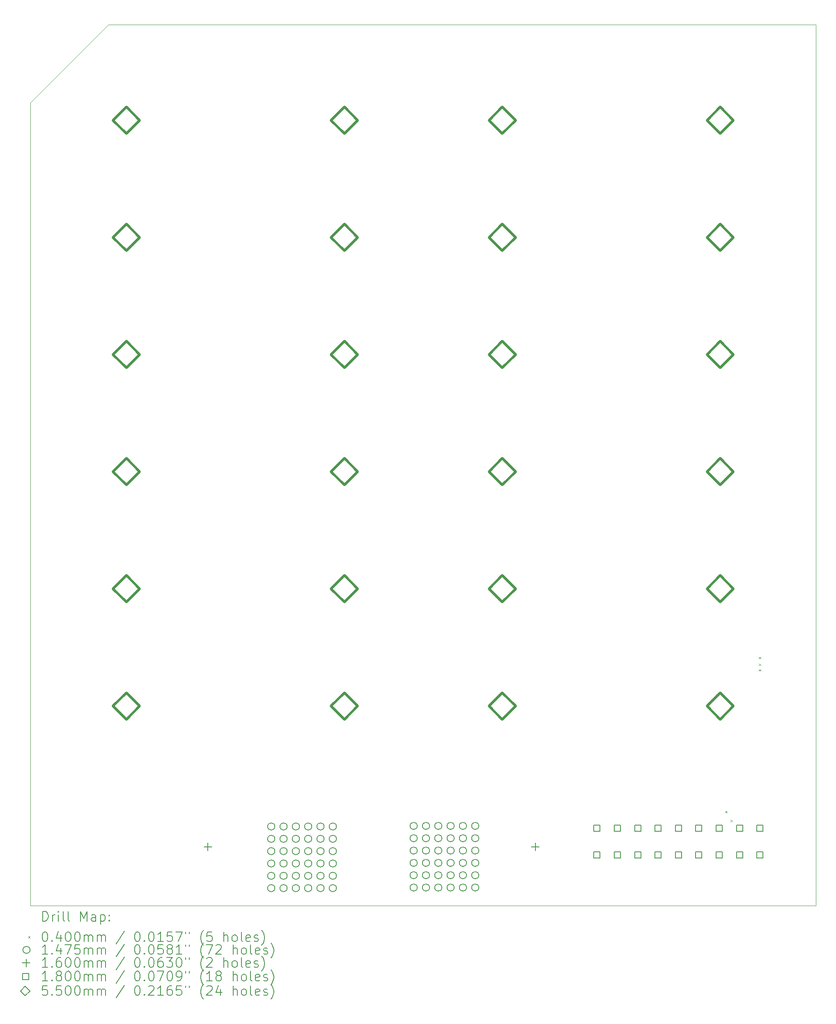
<source format=gbr>
%TF.GenerationSoftware,KiCad,Pcbnew,8.0.5*%
%TF.CreationDate,2024-11-12T22:59:27-08:00*%
%TF.ProjectId,URBAN_CELL_BOARD,55524241-4e5f-4434-954c-4c5f424f4152,rev?*%
%TF.SameCoordinates,Original*%
%TF.FileFunction,Drillmap*%
%TF.FilePolarity,Positive*%
%FSLAX45Y45*%
G04 Gerber Fmt 4.5, Leading zero omitted, Abs format (unit mm)*
G04 Created by KiCad (PCBNEW 8.0.5) date 2024-11-12 22:59:27*
%MOMM*%
%LPD*%
G01*
G04 APERTURE LIST*
%ADD10C,0.100000*%
%ADD11C,0.200000*%
%ADD12C,0.147500*%
%ADD13C,0.160000*%
%ADD14C,0.180000*%
%ADD15C,0.550000*%
G04 APERTURE END LIST*
D10*
X8387900Y-28158400D02*
X8387900Y-11612100D01*
X10000000Y-10000000D02*
X24587900Y-10000000D01*
X8387900Y-11612100D02*
X10000000Y-10000000D01*
X24587900Y-28158400D02*
X8387900Y-28158400D01*
X24587900Y-10000000D02*
X24587900Y-28158400D01*
D11*
D10*
X22713000Y-26205500D02*
X22753000Y-26245500D01*
X22753000Y-26205500D02*
X22713000Y-26245500D01*
X22828058Y-26388235D02*
X22868058Y-26428235D01*
X22868058Y-26388235D02*
X22828058Y-26428235D01*
X23409550Y-23030500D02*
X23449550Y-23070500D01*
X23449550Y-23030500D02*
X23409550Y-23070500D01*
X23409550Y-23173584D02*
X23449550Y-23213584D01*
X23449550Y-23173584D02*
X23409550Y-23213584D01*
X23409550Y-23284500D02*
X23449550Y-23324500D01*
X23449550Y-23284500D02*
X23409550Y-23324500D01*
D12*
X13428750Y-26525000D02*
G75*
G02*
X13281250Y-26525000I-73750J0D01*
G01*
X13281250Y-26525000D02*
G75*
G02*
X13428750Y-26525000I73750J0D01*
G01*
X13428750Y-26779000D02*
G75*
G02*
X13281250Y-26779000I-73750J0D01*
G01*
X13281250Y-26779000D02*
G75*
G02*
X13428750Y-26779000I73750J0D01*
G01*
X13428750Y-27033000D02*
G75*
G02*
X13281250Y-27033000I-73750J0D01*
G01*
X13281250Y-27033000D02*
G75*
G02*
X13428750Y-27033000I73750J0D01*
G01*
X13428750Y-27287000D02*
G75*
G02*
X13281250Y-27287000I-73750J0D01*
G01*
X13281250Y-27287000D02*
G75*
G02*
X13428750Y-27287000I73750J0D01*
G01*
X13428750Y-27541000D02*
G75*
G02*
X13281250Y-27541000I-73750J0D01*
G01*
X13281250Y-27541000D02*
G75*
G02*
X13428750Y-27541000I73750J0D01*
G01*
X13428750Y-27795000D02*
G75*
G02*
X13281250Y-27795000I-73750J0D01*
G01*
X13281250Y-27795000D02*
G75*
G02*
X13428750Y-27795000I73750J0D01*
G01*
X13682750Y-26525000D02*
G75*
G02*
X13535250Y-26525000I-73750J0D01*
G01*
X13535250Y-26525000D02*
G75*
G02*
X13682750Y-26525000I73750J0D01*
G01*
X13682750Y-26779000D02*
G75*
G02*
X13535250Y-26779000I-73750J0D01*
G01*
X13535250Y-26779000D02*
G75*
G02*
X13682750Y-26779000I73750J0D01*
G01*
X13682750Y-27033000D02*
G75*
G02*
X13535250Y-27033000I-73750J0D01*
G01*
X13535250Y-27033000D02*
G75*
G02*
X13682750Y-27033000I73750J0D01*
G01*
X13682750Y-27287000D02*
G75*
G02*
X13535250Y-27287000I-73750J0D01*
G01*
X13535250Y-27287000D02*
G75*
G02*
X13682750Y-27287000I73750J0D01*
G01*
X13682750Y-27541000D02*
G75*
G02*
X13535250Y-27541000I-73750J0D01*
G01*
X13535250Y-27541000D02*
G75*
G02*
X13682750Y-27541000I73750J0D01*
G01*
X13682750Y-27795000D02*
G75*
G02*
X13535250Y-27795000I-73750J0D01*
G01*
X13535250Y-27795000D02*
G75*
G02*
X13682750Y-27795000I73750J0D01*
G01*
X13936750Y-26525000D02*
G75*
G02*
X13789250Y-26525000I-73750J0D01*
G01*
X13789250Y-26525000D02*
G75*
G02*
X13936750Y-26525000I73750J0D01*
G01*
X13936750Y-26779000D02*
G75*
G02*
X13789250Y-26779000I-73750J0D01*
G01*
X13789250Y-26779000D02*
G75*
G02*
X13936750Y-26779000I73750J0D01*
G01*
X13936750Y-27033000D02*
G75*
G02*
X13789250Y-27033000I-73750J0D01*
G01*
X13789250Y-27033000D02*
G75*
G02*
X13936750Y-27033000I73750J0D01*
G01*
X13936750Y-27287000D02*
G75*
G02*
X13789250Y-27287000I-73750J0D01*
G01*
X13789250Y-27287000D02*
G75*
G02*
X13936750Y-27287000I73750J0D01*
G01*
X13936750Y-27541000D02*
G75*
G02*
X13789250Y-27541000I-73750J0D01*
G01*
X13789250Y-27541000D02*
G75*
G02*
X13936750Y-27541000I73750J0D01*
G01*
X13936750Y-27795000D02*
G75*
G02*
X13789250Y-27795000I-73750J0D01*
G01*
X13789250Y-27795000D02*
G75*
G02*
X13936750Y-27795000I73750J0D01*
G01*
X14190750Y-26525000D02*
G75*
G02*
X14043250Y-26525000I-73750J0D01*
G01*
X14043250Y-26525000D02*
G75*
G02*
X14190750Y-26525000I73750J0D01*
G01*
X14190750Y-26779000D02*
G75*
G02*
X14043250Y-26779000I-73750J0D01*
G01*
X14043250Y-26779000D02*
G75*
G02*
X14190750Y-26779000I73750J0D01*
G01*
X14190750Y-27033000D02*
G75*
G02*
X14043250Y-27033000I-73750J0D01*
G01*
X14043250Y-27033000D02*
G75*
G02*
X14190750Y-27033000I73750J0D01*
G01*
X14190750Y-27287000D02*
G75*
G02*
X14043250Y-27287000I-73750J0D01*
G01*
X14043250Y-27287000D02*
G75*
G02*
X14190750Y-27287000I73750J0D01*
G01*
X14190750Y-27541000D02*
G75*
G02*
X14043250Y-27541000I-73750J0D01*
G01*
X14043250Y-27541000D02*
G75*
G02*
X14190750Y-27541000I73750J0D01*
G01*
X14190750Y-27795000D02*
G75*
G02*
X14043250Y-27795000I-73750J0D01*
G01*
X14043250Y-27795000D02*
G75*
G02*
X14190750Y-27795000I73750J0D01*
G01*
X14444750Y-26525000D02*
G75*
G02*
X14297250Y-26525000I-73750J0D01*
G01*
X14297250Y-26525000D02*
G75*
G02*
X14444750Y-26525000I73750J0D01*
G01*
X14444750Y-26779000D02*
G75*
G02*
X14297250Y-26779000I-73750J0D01*
G01*
X14297250Y-26779000D02*
G75*
G02*
X14444750Y-26779000I73750J0D01*
G01*
X14444750Y-27033000D02*
G75*
G02*
X14297250Y-27033000I-73750J0D01*
G01*
X14297250Y-27033000D02*
G75*
G02*
X14444750Y-27033000I73750J0D01*
G01*
X14444750Y-27287000D02*
G75*
G02*
X14297250Y-27287000I-73750J0D01*
G01*
X14297250Y-27287000D02*
G75*
G02*
X14444750Y-27287000I73750J0D01*
G01*
X14444750Y-27541000D02*
G75*
G02*
X14297250Y-27541000I-73750J0D01*
G01*
X14297250Y-27541000D02*
G75*
G02*
X14444750Y-27541000I73750J0D01*
G01*
X14444750Y-27795000D02*
G75*
G02*
X14297250Y-27795000I-73750J0D01*
G01*
X14297250Y-27795000D02*
G75*
G02*
X14444750Y-27795000I73750J0D01*
G01*
X14698750Y-26525000D02*
G75*
G02*
X14551250Y-26525000I-73750J0D01*
G01*
X14551250Y-26525000D02*
G75*
G02*
X14698750Y-26525000I73750J0D01*
G01*
X14698750Y-26779000D02*
G75*
G02*
X14551250Y-26779000I-73750J0D01*
G01*
X14551250Y-26779000D02*
G75*
G02*
X14698750Y-26779000I73750J0D01*
G01*
X14698750Y-27033000D02*
G75*
G02*
X14551250Y-27033000I-73750J0D01*
G01*
X14551250Y-27033000D02*
G75*
G02*
X14698750Y-27033000I73750J0D01*
G01*
X14698750Y-27287000D02*
G75*
G02*
X14551250Y-27287000I-73750J0D01*
G01*
X14551250Y-27287000D02*
G75*
G02*
X14698750Y-27287000I73750J0D01*
G01*
X14698750Y-27541000D02*
G75*
G02*
X14551250Y-27541000I-73750J0D01*
G01*
X14551250Y-27541000D02*
G75*
G02*
X14698750Y-27541000I73750J0D01*
G01*
X14698750Y-27795000D02*
G75*
G02*
X14551250Y-27795000I-73750J0D01*
G01*
X14551250Y-27795000D02*
G75*
G02*
X14698750Y-27795000I73750J0D01*
G01*
X16365750Y-26513000D02*
G75*
G02*
X16218250Y-26513000I-73750J0D01*
G01*
X16218250Y-26513000D02*
G75*
G02*
X16365750Y-26513000I73750J0D01*
G01*
X16365750Y-26767000D02*
G75*
G02*
X16218250Y-26767000I-73750J0D01*
G01*
X16218250Y-26767000D02*
G75*
G02*
X16365750Y-26767000I73750J0D01*
G01*
X16365750Y-27021000D02*
G75*
G02*
X16218250Y-27021000I-73750J0D01*
G01*
X16218250Y-27021000D02*
G75*
G02*
X16365750Y-27021000I73750J0D01*
G01*
X16365750Y-27275000D02*
G75*
G02*
X16218250Y-27275000I-73750J0D01*
G01*
X16218250Y-27275000D02*
G75*
G02*
X16365750Y-27275000I73750J0D01*
G01*
X16365750Y-27529000D02*
G75*
G02*
X16218250Y-27529000I-73750J0D01*
G01*
X16218250Y-27529000D02*
G75*
G02*
X16365750Y-27529000I73750J0D01*
G01*
X16365750Y-27783000D02*
G75*
G02*
X16218250Y-27783000I-73750J0D01*
G01*
X16218250Y-27783000D02*
G75*
G02*
X16365750Y-27783000I73750J0D01*
G01*
X16619750Y-26513000D02*
G75*
G02*
X16472250Y-26513000I-73750J0D01*
G01*
X16472250Y-26513000D02*
G75*
G02*
X16619750Y-26513000I73750J0D01*
G01*
X16619750Y-26767000D02*
G75*
G02*
X16472250Y-26767000I-73750J0D01*
G01*
X16472250Y-26767000D02*
G75*
G02*
X16619750Y-26767000I73750J0D01*
G01*
X16619750Y-27021000D02*
G75*
G02*
X16472250Y-27021000I-73750J0D01*
G01*
X16472250Y-27021000D02*
G75*
G02*
X16619750Y-27021000I73750J0D01*
G01*
X16619750Y-27275000D02*
G75*
G02*
X16472250Y-27275000I-73750J0D01*
G01*
X16472250Y-27275000D02*
G75*
G02*
X16619750Y-27275000I73750J0D01*
G01*
X16619750Y-27529000D02*
G75*
G02*
X16472250Y-27529000I-73750J0D01*
G01*
X16472250Y-27529000D02*
G75*
G02*
X16619750Y-27529000I73750J0D01*
G01*
X16619750Y-27783000D02*
G75*
G02*
X16472250Y-27783000I-73750J0D01*
G01*
X16472250Y-27783000D02*
G75*
G02*
X16619750Y-27783000I73750J0D01*
G01*
X16873750Y-26513000D02*
G75*
G02*
X16726250Y-26513000I-73750J0D01*
G01*
X16726250Y-26513000D02*
G75*
G02*
X16873750Y-26513000I73750J0D01*
G01*
X16873750Y-26767000D02*
G75*
G02*
X16726250Y-26767000I-73750J0D01*
G01*
X16726250Y-26767000D02*
G75*
G02*
X16873750Y-26767000I73750J0D01*
G01*
X16873750Y-27021000D02*
G75*
G02*
X16726250Y-27021000I-73750J0D01*
G01*
X16726250Y-27021000D02*
G75*
G02*
X16873750Y-27021000I73750J0D01*
G01*
X16873750Y-27275000D02*
G75*
G02*
X16726250Y-27275000I-73750J0D01*
G01*
X16726250Y-27275000D02*
G75*
G02*
X16873750Y-27275000I73750J0D01*
G01*
X16873750Y-27529000D02*
G75*
G02*
X16726250Y-27529000I-73750J0D01*
G01*
X16726250Y-27529000D02*
G75*
G02*
X16873750Y-27529000I73750J0D01*
G01*
X16873750Y-27783000D02*
G75*
G02*
X16726250Y-27783000I-73750J0D01*
G01*
X16726250Y-27783000D02*
G75*
G02*
X16873750Y-27783000I73750J0D01*
G01*
X17127750Y-26513000D02*
G75*
G02*
X16980250Y-26513000I-73750J0D01*
G01*
X16980250Y-26513000D02*
G75*
G02*
X17127750Y-26513000I73750J0D01*
G01*
X17127750Y-26767000D02*
G75*
G02*
X16980250Y-26767000I-73750J0D01*
G01*
X16980250Y-26767000D02*
G75*
G02*
X17127750Y-26767000I73750J0D01*
G01*
X17127750Y-27021000D02*
G75*
G02*
X16980250Y-27021000I-73750J0D01*
G01*
X16980250Y-27021000D02*
G75*
G02*
X17127750Y-27021000I73750J0D01*
G01*
X17127750Y-27275000D02*
G75*
G02*
X16980250Y-27275000I-73750J0D01*
G01*
X16980250Y-27275000D02*
G75*
G02*
X17127750Y-27275000I73750J0D01*
G01*
X17127750Y-27529000D02*
G75*
G02*
X16980250Y-27529000I-73750J0D01*
G01*
X16980250Y-27529000D02*
G75*
G02*
X17127750Y-27529000I73750J0D01*
G01*
X17127750Y-27783000D02*
G75*
G02*
X16980250Y-27783000I-73750J0D01*
G01*
X16980250Y-27783000D02*
G75*
G02*
X17127750Y-27783000I73750J0D01*
G01*
X17381750Y-26513000D02*
G75*
G02*
X17234250Y-26513000I-73750J0D01*
G01*
X17234250Y-26513000D02*
G75*
G02*
X17381750Y-26513000I73750J0D01*
G01*
X17381750Y-26767000D02*
G75*
G02*
X17234250Y-26767000I-73750J0D01*
G01*
X17234250Y-26767000D02*
G75*
G02*
X17381750Y-26767000I73750J0D01*
G01*
X17381750Y-27021000D02*
G75*
G02*
X17234250Y-27021000I-73750J0D01*
G01*
X17234250Y-27021000D02*
G75*
G02*
X17381750Y-27021000I73750J0D01*
G01*
X17381750Y-27275000D02*
G75*
G02*
X17234250Y-27275000I-73750J0D01*
G01*
X17234250Y-27275000D02*
G75*
G02*
X17381750Y-27275000I73750J0D01*
G01*
X17381750Y-27529000D02*
G75*
G02*
X17234250Y-27529000I-73750J0D01*
G01*
X17234250Y-27529000D02*
G75*
G02*
X17381750Y-27529000I73750J0D01*
G01*
X17381750Y-27783000D02*
G75*
G02*
X17234250Y-27783000I-73750J0D01*
G01*
X17234250Y-27783000D02*
G75*
G02*
X17381750Y-27783000I73750J0D01*
G01*
X17635750Y-26513000D02*
G75*
G02*
X17488250Y-26513000I-73750J0D01*
G01*
X17488250Y-26513000D02*
G75*
G02*
X17635750Y-26513000I73750J0D01*
G01*
X17635750Y-26767000D02*
G75*
G02*
X17488250Y-26767000I-73750J0D01*
G01*
X17488250Y-26767000D02*
G75*
G02*
X17635750Y-26767000I73750J0D01*
G01*
X17635750Y-27021000D02*
G75*
G02*
X17488250Y-27021000I-73750J0D01*
G01*
X17488250Y-27021000D02*
G75*
G02*
X17635750Y-27021000I73750J0D01*
G01*
X17635750Y-27275000D02*
G75*
G02*
X17488250Y-27275000I-73750J0D01*
G01*
X17488250Y-27275000D02*
G75*
G02*
X17635750Y-27275000I73750J0D01*
G01*
X17635750Y-27529000D02*
G75*
G02*
X17488250Y-27529000I-73750J0D01*
G01*
X17488250Y-27529000D02*
G75*
G02*
X17635750Y-27529000I73750J0D01*
G01*
X17635750Y-27783000D02*
G75*
G02*
X17488250Y-27783000I-73750J0D01*
G01*
X17488250Y-27783000D02*
G75*
G02*
X17635750Y-27783000I73750J0D01*
G01*
D13*
X12050000Y-26864000D02*
X12050000Y-27024000D01*
X11970000Y-26944000D02*
X12130000Y-26944000D01*
X18800000Y-26864000D02*
X18800000Y-27024000D01*
X18720000Y-26944000D02*
X18880000Y-26944000D01*
D14*
X20135140Y-26628140D02*
X20135140Y-26500860D01*
X20007860Y-26500860D01*
X20007860Y-26628140D01*
X20135140Y-26628140D01*
X20135140Y-27178140D02*
X20135140Y-27050860D01*
X20007860Y-27050860D01*
X20007860Y-27178140D01*
X20135140Y-27178140D01*
X20555140Y-26628140D02*
X20555140Y-26500860D01*
X20427860Y-26500860D01*
X20427860Y-26628140D01*
X20555140Y-26628140D01*
X20555140Y-27178140D02*
X20555140Y-27050860D01*
X20427860Y-27050860D01*
X20427860Y-27178140D01*
X20555140Y-27178140D01*
X20975140Y-26628140D02*
X20975140Y-26500860D01*
X20847860Y-26500860D01*
X20847860Y-26628140D01*
X20975140Y-26628140D01*
X20975140Y-27178140D02*
X20975140Y-27050860D01*
X20847860Y-27050860D01*
X20847860Y-27178140D01*
X20975140Y-27178140D01*
X21395140Y-26628140D02*
X21395140Y-26500860D01*
X21267860Y-26500860D01*
X21267860Y-26628140D01*
X21395140Y-26628140D01*
X21395140Y-27178140D02*
X21395140Y-27050860D01*
X21267860Y-27050860D01*
X21267860Y-27178140D01*
X21395140Y-27178140D01*
X21815140Y-26628140D02*
X21815140Y-26500860D01*
X21687860Y-26500860D01*
X21687860Y-26628140D01*
X21815140Y-26628140D01*
X21815140Y-27178140D02*
X21815140Y-27050860D01*
X21687860Y-27050860D01*
X21687860Y-27178140D01*
X21815140Y-27178140D01*
X22235140Y-26628140D02*
X22235140Y-26500860D01*
X22107860Y-26500860D01*
X22107860Y-26628140D01*
X22235140Y-26628140D01*
X22235140Y-27178140D02*
X22235140Y-27050860D01*
X22107860Y-27050860D01*
X22107860Y-27178140D01*
X22235140Y-27178140D01*
X22655140Y-26628140D02*
X22655140Y-26500860D01*
X22527860Y-26500860D01*
X22527860Y-26628140D01*
X22655140Y-26628140D01*
X22655140Y-27178140D02*
X22655140Y-27050860D01*
X22527860Y-27050860D01*
X22527860Y-27178140D01*
X22655140Y-27178140D01*
X23075140Y-26628140D02*
X23075140Y-26500860D01*
X22947860Y-26500860D01*
X22947860Y-26628140D01*
X23075140Y-26628140D01*
X23075140Y-27178140D02*
X23075140Y-27050860D01*
X22947860Y-27050860D01*
X22947860Y-27178140D01*
X23075140Y-27178140D01*
X23495140Y-26628140D02*
X23495140Y-26500860D01*
X23367860Y-26500860D01*
X23367860Y-26628140D01*
X23495140Y-26628140D01*
X23495140Y-27178140D02*
X23495140Y-27050860D01*
X23367860Y-27050860D01*
X23367860Y-27178140D01*
X23495140Y-27178140D01*
D15*
X10368900Y-12250000D02*
X10643900Y-11975000D01*
X10368900Y-11700000D01*
X10093900Y-11975000D01*
X10368900Y-12250000D01*
X10368900Y-14663400D02*
X10643900Y-14388400D01*
X10368900Y-14113400D01*
X10093900Y-14388400D01*
X10368900Y-14663400D01*
X10368900Y-17076800D02*
X10643900Y-16801800D01*
X10368900Y-16526800D01*
X10093900Y-16801800D01*
X10368900Y-17076800D01*
X10368900Y-19490300D02*
X10643900Y-19215300D01*
X10368900Y-18940300D01*
X10093900Y-19215300D01*
X10368900Y-19490300D01*
X10368900Y-21903700D02*
X10643900Y-21628700D01*
X10368900Y-21353700D01*
X10093900Y-21628700D01*
X10368900Y-21903700D01*
X10368900Y-24317100D02*
X10643900Y-24042100D01*
X10368900Y-23767100D01*
X10093900Y-24042100D01*
X10368900Y-24317100D01*
X14862900Y-12250000D02*
X15137900Y-11975000D01*
X14862900Y-11700000D01*
X14587900Y-11975000D01*
X14862900Y-12250000D01*
X14862900Y-14663400D02*
X15137900Y-14388400D01*
X14862900Y-14113400D01*
X14587900Y-14388400D01*
X14862900Y-14663400D01*
X14862900Y-17076800D02*
X15137900Y-16801800D01*
X14862900Y-16526800D01*
X14587900Y-16801800D01*
X14862900Y-17076800D01*
X14862900Y-19490300D02*
X15137900Y-19215300D01*
X14862900Y-18940300D01*
X14587900Y-19215300D01*
X14862900Y-19490300D01*
X14862900Y-21903700D02*
X15137900Y-21628700D01*
X14862900Y-21353700D01*
X14587900Y-21628700D01*
X14862900Y-21903700D01*
X14862900Y-24317100D02*
X15137900Y-24042100D01*
X14862900Y-23767100D01*
X14587900Y-24042100D01*
X14862900Y-24317100D01*
X18118900Y-12250000D02*
X18393900Y-11975000D01*
X18118900Y-11700000D01*
X17843900Y-11975000D01*
X18118900Y-12250000D01*
X18118900Y-14663400D02*
X18393900Y-14388400D01*
X18118900Y-14113400D01*
X17843900Y-14388400D01*
X18118900Y-14663400D01*
X18118900Y-17076800D02*
X18393900Y-16801800D01*
X18118900Y-16526800D01*
X17843900Y-16801800D01*
X18118900Y-17076800D01*
X18118900Y-19490300D02*
X18393900Y-19215300D01*
X18118900Y-18940300D01*
X17843900Y-19215300D01*
X18118900Y-19490300D01*
X18118900Y-21903700D02*
X18393900Y-21628700D01*
X18118900Y-21353700D01*
X17843900Y-21628700D01*
X18118900Y-21903700D01*
X18118900Y-24317100D02*
X18393900Y-24042100D01*
X18118900Y-23767100D01*
X17843900Y-24042100D01*
X18118900Y-24317100D01*
X22612900Y-12250000D02*
X22887900Y-11975000D01*
X22612900Y-11700000D01*
X22337900Y-11975000D01*
X22612900Y-12250000D01*
X22612900Y-14663400D02*
X22887900Y-14388400D01*
X22612900Y-14113400D01*
X22337900Y-14388400D01*
X22612900Y-14663400D01*
X22612900Y-17076800D02*
X22887900Y-16801800D01*
X22612900Y-16526800D01*
X22337900Y-16801800D01*
X22612900Y-17076800D01*
X22612900Y-19490300D02*
X22887900Y-19215300D01*
X22612900Y-18940300D01*
X22337900Y-19215300D01*
X22612900Y-19490300D01*
X22612900Y-21903700D02*
X22887900Y-21628700D01*
X22612900Y-21353700D01*
X22337900Y-21628700D01*
X22612900Y-21903700D01*
X22612900Y-24317100D02*
X22887900Y-24042100D01*
X22612900Y-23767100D01*
X22337900Y-24042100D01*
X22612900Y-24317100D01*
D11*
X8643677Y-28474884D02*
X8643677Y-28274884D01*
X8643677Y-28274884D02*
X8691296Y-28274884D01*
X8691296Y-28274884D02*
X8719867Y-28284408D01*
X8719867Y-28284408D02*
X8738915Y-28303455D01*
X8738915Y-28303455D02*
X8748439Y-28322503D01*
X8748439Y-28322503D02*
X8757963Y-28360598D01*
X8757963Y-28360598D02*
X8757963Y-28389169D01*
X8757963Y-28389169D02*
X8748439Y-28427265D01*
X8748439Y-28427265D02*
X8738915Y-28446312D01*
X8738915Y-28446312D02*
X8719867Y-28465360D01*
X8719867Y-28465360D02*
X8691296Y-28474884D01*
X8691296Y-28474884D02*
X8643677Y-28474884D01*
X8843677Y-28474884D02*
X8843677Y-28341550D01*
X8843677Y-28379646D02*
X8853201Y-28360598D01*
X8853201Y-28360598D02*
X8862724Y-28351074D01*
X8862724Y-28351074D02*
X8881772Y-28341550D01*
X8881772Y-28341550D02*
X8900820Y-28341550D01*
X8967486Y-28474884D02*
X8967486Y-28341550D01*
X8967486Y-28274884D02*
X8957963Y-28284408D01*
X8957963Y-28284408D02*
X8967486Y-28293931D01*
X8967486Y-28293931D02*
X8977010Y-28284408D01*
X8977010Y-28284408D02*
X8967486Y-28274884D01*
X8967486Y-28274884D02*
X8967486Y-28293931D01*
X9091296Y-28474884D02*
X9072248Y-28465360D01*
X9072248Y-28465360D02*
X9062724Y-28446312D01*
X9062724Y-28446312D02*
X9062724Y-28274884D01*
X9196058Y-28474884D02*
X9177010Y-28465360D01*
X9177010Y-28465360D02*
X9167486Y-28446312D01*
X9167486Y-28446312D02*
X9167486Y-28274884D01*
X9424629Y-28474884D02*
X9424629Y-28274884D01*
X9424629Y-28274884D02*
X9491296Y-28417741D01*
X9491296Y-28417741D02*
X9557963Y-28274884D01*
X9557963Y-28274884D02*
X9557963Y-28474884D01*
X9738915Y-28474884D02*
X9738915Y-28370122D01*
X9738915Y-28370122D02*
X9729391Y-28351074D01*
X9729391Y-28351074D02*
X9710344Y-28341550D01*
X9710344Y-28341550D02*
X9672248Y-28341550D01*
X9672248Y-28341550D02*
X9653201Y-28351074D01*
X9738915Y-28465360D02*
X9719867Y-28474884D01*
X9719867Y-28474884D02*
X9672248Y-28474884D01*
X9672248Y-28474884D02*
X9653201Y-28465360D01*
X9653201Y-28465360D02*
X9643677Y-28446312D01*
X9643677Y-28446312D02*
X9643677Y-28427265D01*
X9643677Y-28427265D02*
X9653201Y-28408217D01*
X9653201Y-28408217D02*
X9672248Y-28398693D01*
X9672248Y-28398693D02*
X9719867Y-28398693D01*
X9719867Y-28398693D02*
X9738915Y-28389169D01*
X9834153Y-28341550D02*
X9834153Y-28541550D01*
X9834153Y-28351074D02*
X9853201Y-28341550D01*
X9853201Y-28341550D02*
X9891296Y-28341550D01*
X9891296Y-28341550D02*
X9910344Y-28351074D01*
X9910344Y-28351074D02*
X9919867Y-28360598D01*
X9919867Y-28360598D02*
X9929391Y-28379646D01*
X9929391Y-28379646D02*
X9929391Y-28436788D01*
X9929391Y-28436788D02*
X9919867Y-28455836D01*
X9919867Y-28455836D02*
X9910344Y-28465360D01*
X9910344Y-28465360D02*
X9891296Y-28474884D01*
X9891296Y-28474884D02*
X9853201Y-28474884D01*
X9853201Y-28474884D02*
X9834153Y-28465360D01*
X10015105Y-28455836D02*
X10024629Y-28465360D01*
X10024629Y-28465360D02*
X10015105Y-28474884D01*
X10015105Y-28474884D02*
X10005582Y-28465360D01*
X10005582Y-28465360D02*
X10015105Y-28455836D01*
X10015105Y-28455836D02*
X10015105Y-28474884D01*
X10015105Y-28351074D02*
X10024629Y-28360598D01*
X10024629Y-28360598D02*
X10015105Y-28370122D01*
X10015105Y-28370122D02*
X10005582Y-28360598D01*
X10005582Y-28360598D02*
X10015105Y-28351074D01*
X10015105Y-28351074D02*
X10015105Y-28370122D01*
D10*
X8342900Y-28783400D02*
X8382900Y-28823400D01*
X8382900Y-28783400D02*
X8342900Y-28823400D01*
D11*
X8681772Y-28694884D02*
X8700820Y-28694884D01*
X8700820Y-28694884D02*
X8719867Y-28704408D01*
X8719867Y-28704408D02*
X8729391Y-28713931D01*
X8729391Y-28713931D02*
X8738915Y-28732979D01*
X8738915Y-28732979D02*
X8748439Y-28771074D01*
X8748439Y-28771074D02*
X8748439Y-28818693D01*
X8748439Y-28818693D02*
X8738915Y-28856788D01*
X8738915Y-28856788D02*
X8729391Y-28875836D01*
X8729391Y-28875836D02*
X8719867Y-28885360D01*
X8719867Y-28885360D02*
X8700820Y-28894884D01*
X8700820Y-28894884D02*
X8681772Y-28894884D01*
X8681772Y-28894884D02*
X8662724Y-28885360D01*
X8662724Y-28885360D02*
X8653201Y-28875836D01*
X8653201Y-28875836D02*
X8643677Y-28856788D01*
X8643677Y-28856788D02*
X8634153Y-28818693D01*
X8634153Y-28818693D02*
X8634153Y-28771074D01*
X8634153Y-28771074D02*
X8643677Y-28732979D01*
X8643677Y-28732979D02*
X8653201Y-28713931D01*
X8653201Y-28713931D02*
X8662724Y-28704408D01*
X8662724Y-28704408D02*
X8681772Y-28694884D01*
X8834153Y-28875836D02*
X8843677Y-28885360D01*
X8843677Y-28885360D02*
X8834153Y-28894884D01*
X8834153Y-28894884D02*
X8824629Y-28885360D01*
X8824629Y-28885360D02*
X8834153Y-28875836D01*
X8834153Y-28875836D02*
X8834153Y-28894884D01*
X9015105Y-28761550D02*
X9015105Y-28894884D01*
X8967486Y-28685360D02*
X8919867Y-28828217D01*
X8919867Y-28828217D02*
X9043677Y-28828217D01*
X9157963Y-28694884D02*
X9177010Y-28694884D01*
X9177010Y-28694884D02*
X9196058Y-28704408D01*
X9196058Y-28704408D02*
X9205582Y-28713931D01*
X9205582Y-28713931D02*
X9215105Y-28732979D01*
X9215105Y-28732979D02*
X9224629Y-28771074D01*
X9224629Y-28771074D02*
X9224629Y-28818693D01*
X9224629Y-28818693D02*
X9215105Y-28856788D01*
X9215105Y-28856788D02*
X9205582Y-28875836D01*
X9205582Y-28875836D02*
X9196058Y-28885360D01*
X9196058Y-28885360D02*
X9177010Y-28894884D01*
X9177010Y-28894884D02*
X9157963Y-28894884D01*
X9157963Y-28894884D02*
X9138915Y-28885360D01*
X9138915Y-28885360D02*
X9129391Y-28875836D01*
X9129391Y-28875836D02*
X9119867Y-28856788D01*
X9119867Y-28856788D02*
X9110344Y-28818693D01*
X9110344Y-28818693D02*
X9110344Y-28771074D01*
X9110344Y-28771074D02*
X9119867Y-28732979D01*
X9119867Y-28732979D02*
X9129391Y-28713931D01*
X9129391Y-28713931D02*
X9138915Y-28704408D01*
X9138915Y-28704408D02*
X9157963Y-28694884D01*
X9348439Y-28694884D02*
X9367486Y-28694884D01*
X9367486Y-28694884D02*
X9386534Y-28704408D01*
X9386534Y-28704408D02*
X9396058Y-28713931D01*
X9396058Y-28713931D02*
X9405582Y-28732979D01*
X9405582Y-28732979D02*
X9415105Y-28771074D01*
X9415105Y-28771074D02*
X9415105Y-28818693D01*
X9415105Y-28818693D02*
X9405582Y-28856788D01*
X9405582Y-28856788D02*
X9396058Y-28875836D01*
X9396058Y-28875836D02*
X9386534Y-28885360D01*
X9386534Y-28885360D02*
X9367486Y-28894884D01*
X9367486Y-28894884D02*
X9348439Y-28894884D01*
X9348439Y-28894884D02*
X9329391Y-28885360D01*
X9329391Y-28885360D02*
X9319867Y-28875836D01*
X9319867Y-28875836D02*
X9310344Y-28856788D01*
X9310344Y-28856788D02*
X9300820Y-28818693D01*
X9300820Y-28818693D02*
X9300820Y-28771074D01*
X9300820Y-28771074D02*
X9310344Y-28732979D01*
X9310344Y-28732979D02*
X9319867Y-28713931D01*
X9319867Y-28713931D02*
X9329391Y-28704408D01*
X9329391Y-28704408D02*
X9348439Y-28694884D01*
X9500820Y-28894884D02*
X9500820Y-28761550D01*
X9500820Y-28780598D02*
X9510344Y-28771074D01*
X9510344Y-28771074D02*
X9529391Y-28761550D01*
X9529391Y-28761550D02*
X9557963Y-28761550D01*
X9557963Y-28761550D02*
X9577010Y-28771074D01*
X9577010Y-28771074D02*
X9586534Y-28790122D01*
X9586534Y-28790122D02*
X9586534Y-28894884D01*
X9586534Y-28790122D02*
X9596058Y-28771074D01*
X9596058Y-28771074D02*
X9615105Y-28761550D01*
X9615105Y-28761550D02*
X9643677Y-28761550D01*
X9643677Y-28761550D02*
X9662725Y-28771074D01*
X9662725Y-28771074D02*
X9672248Y-28790122D01*
X9672248Y-28790122D02*
X9672248Y-28894884D01*
X9767486Y-28894884D02*
X9767486Y-28761550D01*
X9767486Y-28780598D02*
X9777010Y-28771074D01*
X9777010Y-28771074D02*
X9796058Y-28761550D01*
X9796058Y-28761550D02*
X9824629Y-28761550D01*
X9824629Y-28761550D02*
X9843677Y-28771074D01*
X9843677Y-28771074D02*
X9853201Y-28790122D01*
X9853201Y-28790122D02*
X9853201Y-28894884D01*
X9853201Y-28790122D02*
X9862725Y-28771074D01*
X9862725Y-28771074D02*
X9881772Y-28761550D01*
X9881772Y-28761550D02*
X9910344Y-28761550D01*
X9910344Y-28761550D02*
X9929391Y-28771074D01*
X9929391Y-28771074D02*
X9938915Y-28790122D01*
X9938915Y-28790122D02*
X9938915Y-28894884D01*
X10329391Y-28685360D02*
X10157963Y-28942503D01*
X10586534Y-28694884D02*
X10605582Y-28694884D01*
X10605582Y-28694884D02*
X10624629Y-28704408D01*
X10624629Y-28704408D02*
X10634153Y-28713931D01*
X10634153Y-28713931D02*
X10643677Y-28732979D01*
X10643677Y-28732979D02*
X10653201Y-28771074D01*
X10653201Y-28771074D02*
X10653201Y-28818693D01*
X10653201Y-28818693D02*
X10643677Y-28856788D01*
X10643677Y-28856788D02*
X10634153Y-28875836D01*
X10634153Y-28875836D02*
X10624629Y-28885360D01*
X10624629Y-28885360D02*
X10605582Y-28894884D01*
X10605582Y-28894884D02*
X10586534Y-28894884D01*
X10586534Y-28894884D02*
X10567487Y-28885360D01*
X10567487Y-28885360D02*
X10557963Y-28875836D01*
X10557963Y-28875836D02*
X10548439Y-28856788D01*
X10548439Y-28856788D02*
X10538915Y-28818693D01*
X10538915Y-28818693D02*
X10538915Y-28771074D01*
X10538915Y-28771074D02*
X10548439Y-28732979D01*
X10548439Y-28732979D02*
X10557963Y-28713931D01*
X10557963Y-28713931D02*
X10567487Y-28704408D01*
X10567487Y-28704408D02*
X10586534Y-28694884D01*
X10738915Y-28875836D02*
X10748439Y-28885360D01*
X10748439Y-28885360D02*
X10738915Y-28894884D01*
X10738915Y-28894884D02*
X10729391Y-28885360D01*
X10729391Y-28885360D02*
X10738915Y-28875836D01*
X10738915Y-28875836D02*
X10738915Y-28894884D01*
X10872248Y-28694884D02*
X10891296Y-28694884D01*
X10891296Y-28694884D02*
X10910344Y-28704408D01*
X10910344Y-28704408D02*
X10919868Y-28713931D01*
X10919868Y-28713931D02*
X10929391Y-28732979D01*
X10929391Y-28732979D02*
X10938915Y-28771074D01*
X10938915Y-28771074D02*
X10938915Y-28818693D01*
X10938915Y-28818693D02*
X10929391Y-28856788D01*
X10929391Y-28856788D02*
X10919868Y-28875836D01*
X10919868Y-28875836D02*
X10910344Y-28885360D01*
X10910344Y-28885360D02*
X10891296Y-28894884D01*
X10891296Y-28894884D02*
X10872248Y-28894884D01*
X10872248Y-28894884D02*
X10853201Y-28885360D01*
X10853201Y-28885360D02*
X10843677Y-28875836D01*
X10843677Y-28875836D02*
X10834153Y-28856788D01*
X10834153Y-28856788D02*
X10824629Y-28818693D01*
X10824629Y-28818693D02*
X10824629Y-28771074D01*
X10824629Y-28771074D02*
X10834153Y-28732979D01*
X10834153Y-28732979D02*
X10843677Y-28713931D01*
X10843677Y-28713931D02*
X10853201Y-28704408D01*
X10853201Y-28704408D02*
X10872248Y-28694884D01*
X11129391Y-28894884D02*
X11015106Y-28894884D01*
X11072248Y-28894884D02*
X11072248Y-28694884D01*
X11072248Y-28694884D02*
X11053201Y-28723455D01*
X11053201Y-28723455D02*
X11034153Y-28742503D01*
X11034153Y-28742503D02*
X11015106Y-28752027D01*
X11310344Y-28694884D02*
X11215106Y-28694884D01*
X11215106Y-28694884D02*
X11205582Y-28790122D01*
X11205582Y-28790122D02*
X11215106Y-28780598D01*
X11215106Y-28780598D02*
X11234153Y-28771074D01*
X11234153Y-28771074D02*
X11281772Y-28771074D01*
X11281772Y-28771074D02*
X11300820Y-28780598D01*
X11300820Y-28780598D02*
X11310344Y-28790122D01*
X11310344Y-28790122D02*
X11319867Y-28809169D01*
X11319867Y-28809169D02*
X11319867Y-28856788D01*
X11319867Y-28856788D02*
X11310344Y-28875836D01*
X11310344Y-28875836D02*
X11300820Y-28885360D01*
X11300820Y-28885360D02*
X11281772Y-28894884D01*
X11281772Y-28894884D02*
X11234153Y-28894884D01*
X11234153Y-28894884D02*
X11215106Y-28885360D01*
X11215106Y-28885360D02*
X11205582Y-28875836D01*
X11386534Y-28694884D02*
X11519867Y-28694884D01*
X11519867Y-28694884D02*
X11434153Y-28894884D01*
X11586534Y-28694884D02*
X11586534Y-28732979D01*
X11662725Y-28694884D02*
X11662725Y-28732979D01*
X11957963Y-28971074D02*
X11948439Y-28961550D01*
X11948439Y-28961550D02*
X11929391Y-28932979D01*
X11929391Y-28932979D02*
X11919868Y-28913931D01*
X11919868Y-28913931D02*
X11910344Y-28885360D01*
X11910344Y-28885360D02*
X11900820Y-28837741D01*
X11900820Y-28837741D02*
X11900820Y-28799646D01*
X11900820Y-28799646D02*
X11910344Y-28752027D01*
X11910344Y-28752027D02*
X11919868Y-28723455D01*
X11919868Y-28723455D02*
X11929391Y-28704408D01*
X11929391Y-28704408D02*
X11948439Y-28675836D01*
X11948439Y-28675836D02*
X11957963Y-28666312D01*
X12129391Y-28694884D02*
X12034153Y-28694884D01*
X12034153Y-28694884D02*
X12024629Y-28790122D01*
X12024629Y-28790122D02*
X12034153Y-28780598D01*
X12034153Y-28780598D02*
X12053201Y-28771074D01*
X12053201Y-28771074D02*
X12100820Y-28771074D01*
X12100820Y-28771074D02*
X12119868Y-28780598D01*
X12119868Y-28780598D02*
X12129391Y-28790122D01*
X12129391Y-28790122D02*
X12138915Y-28809169D01*
X12138915Y-28809169D02*
X12138915Y-28856788D01*
X12138915Y-28856788D02*
X12129391Y-28875836D01*
X12129391Y-28875836D02*
X12119868Y-28885360D01*
X12119868Y-28885360D02*
X12100820Y-28894884D01*
X12100820Y-28894884D02*
X12053201Y-28894884D01*
X12053201Y-28894884D02*
X12034153Y-28885360D01*
X12034153Y-28885360D02*
X12024629Y-28875836D01*
X12377010Y-28894884D02*
X12377010Y-28694884D01*
X12462725Y-28894884D02*
X12462725Y-28790122D01*
X12462725Y-28790122D02*
X12453201Y-28771074D01*
X12453201Y-28771074D02*
X12434153Y-28761550D01*
X12434153Y-28761550D02*
X12405582Y-28761550D01*
X12405582Y-28761550D02*
X12386534Y-28771074D01*
X12386534Y-28771074D02*
X12377010Y-28780598D01*
X12586534Y-28894884D02*
X12567487Y-28885360D01*
X12567487Y-28885360D02*
X12557963Y-28875836D01*
X12557963Y-28875836D02*
X12548439Y-28856788D01*
X12548439Y-28856788D02*
X12548439Y-28799646D01*
X12548439Y-28799646D02*
X12557963Y-28780598D01*
X12557963Y-28780598D02*
X12567487Y-28771074D01*
X12567487Y-28771074D02*
X12586534Y-28761550D01*
X12586534Y-28761550D02*
X12615106Y-28761550D01*
X12615106Y-28761550D02*
X12634153Y-28771074D01*
X12634153Y-28771074D02*
X12643677Y-28780598D01*
X12643677Y-28780598D02*
X12653201Y-28799646D01*
X12653201Y-28799646D02*
X12653201Y-28856788D01*
X12653201Y-28856788D02*
X12643677Y-28875836D01*
X12643677Y-28875836D02*
X12634153Y-28885360D01*
X12634153Y-28885360D02*
X12615106Y-28894884D01*
X12615106Y-28894884D02*
X12586534Y-28894884D01*
X12767487Y-28894884D02*
X12748439Y-28885360D01*
X12748439Y-28885360D02*
X12738915Y-28866312D01*
X12738915Y-28866312D02*
X12738915Y-28694884D01*
X12919868Y-28885360D02*
X12900820Y-28894884D01*
X12900820Y-28894884D02*
X12862725Y-28894884D01*
X12862725Y-28894884D02*
X12843677Y-28885360D01*
X12843677Y-28885360D02*
X12834153Y-28866312D01*
X12834153Y-28866312D02*
X12834153Y-28790122D01*
X12834153Y-28790122D02*
X12843677Y-28771074D01*
X12843677Y-28771074D02*
X12862725Y-28761550D01*
X12862725Y-28761550D02*
X12900820Y-28761550D01*
X12900820Y-28761550D02*
X12919868Y-28771074D01*
X12919868Y-28771074D02*
X12929391Y-28790122D01*
X12929391Y-28790122D02*
X12929391Y-28809169D01*
X12929391Y-28809169D02*
X12834153Y-28828217D01*
X13005582Y-28885360D02*
X13024630Y-28894884D01*
X13024630Y-28894884D02*
X13062725Y-28894884D01*
X13062725Y-28894884D02*
X13081772Y-28885360D01*
X13081772Y-28885360D02*
X13091296Y-28866312D01*
X13091296Y-28866312D02*
X13091296Y-28856788D01*
X13091296Y-28856788D02*
X13081772Y-28837741D01*
X13081772Y-28837741D02*
X13062725Y-28828217D01*
X13062725Y-28828217D02*
X13034153Y-28828217D01*
X13034153Y-28828217D02*
X13015106Y-28818693D01*
X13015106Y-28818693D02*
X13005582Y-28799646D01*
X13005582Y-28799646D02*
X13005582Y-28790122D01*
X13005582Y-28790122D02*
X13015106Y-28771074D01*
X13015106Y-28771074D02*
X13034153Y-28761550D01*
X13034153Y-28761550D02*
X13062725Y-28761550D01*
X13062725Y-28761550D02*
X13081772Y-28771074D01*
X13157963Y-28971074D02*
X13167487Y-28961550D01*
X13167487Y-28961550D02*
X13186534Y-28932979D01*
X13186534Y-28932979D02*
X13196058Y-28913931D01*
X13196058Y-28913931D02*
X13205582Y-28885360D01*
X13205582Y-28885360D02*
X13215106Y-28837741D01*
X13215106Y-28837741D02*
X13215106Y-28799646D01*
X13215106Y-28799646D02*
X13205582Y-28752027D01*
X13205582Y-28752027D02*
X13196058Y-28723455D01*
X13196058Y-28723455D02*
X13186534Y-28704408D01*
X13186534Y-28704408D02*
X13167487Y-28675836D01*
X13167487Y-28675836D02*
X13157963Y-28666312D01*
D12*
X8382900Y-29067400D02*
G75*
G02*
X8235400Y-29067400I-73750J0D01*
G01*
X8235400Y-29067400D02*
G75*
G02*
X8382900Y-29067400I73750J0D01*
G01*
D11*
X8748439Y-29158884D02*
X8634153Y-29158884D01*
X8691296Y-29158884D02*
X8691296Y-28958884D01*
X8691296Y-28958884D02*
X8672248Y-28987455D01*
X8672248Y-28987455D02*
X8653201Y-29006503D01*
X8653201Y-29006503D02*
X8634153Y-29016027D01*
X8834153Y-29139836D02*
X8843677Y-29149360D01*
X8843677Y-29149360D02*
X8834153Y-29158884D01*
X8834153Y-29158884D02*
X8824629Y-29149360D01*
X8824629Y-29149360D02*
X8834153Y-29139836D01*
X8834153Y-29139836D02*
X8834153Y-29158884D01*
X9015105Y-29025550D02*
X9015105Y-29158884D01*
X8967486Y-28949360D02*
X8919867Y-29092217D01*
X8919867Y-29092217D02*
X9043677Y-29092217D01*
X9100820Y-28958884D02*
X9234153Y-28958884D01*
X9234153Y-28958884D02*
X9148439Y-29158884D01*
X9405582Y-28958884D02*
X9310344Y-28958884D01*
X9310344Y-28958884D02*
X9300820Y-29054122D01*
X9300820Y-29054122D02*
X9310344Y-29044598D01*
X9310344Y-29044598D02*
X9329391Y-29035074D01*
X9329391Y-29035074D02*
X9377010Y-29035074D01*
X9377010Y-29035074D02*
X9396058Y-29044598D01*
X9396058Y-29044598D02*
X9405582Y-29054122D01*
X9405582Y-29054122D02*
X9415105Y-29073169D01*
X9415105Y-29073169D02*
X9415105Y-29120788D01*
X9415105Y-29120788D02*
X9405582Y-29139836D01*
X9405582Y-29139836D02*
X9396058Y-29149360D01*
X9396058Y-29149360D02*
X9377010Y-29158884D01*
X9377010Y-29158884D02*
X9329391Y-29158884D01*
X9329391Y-29158884D02*
X9310344Y-29149360D01*
X9310344Y-29149360D02*
X9300820Y-29139836D01*
X9500820Y-29158884D02*
X9500820Y-29025550D01*
X9500820Y-29044598D02*
X9510344Y-29035074D01*
X9510344Y-29035074D02*
X9529391Y-29025550D01*
X9529391Y-29025550D02*
X9557963Y-29025550D01*
X9557963Y-29025550D02*
X9577010Y-29035074D01*
X9577010Y-29035074D02*
X9586534Y-29054122D01*
X9586534Y-29054122D02*
X9586534Y-29158884D01*
X9586534Y-29054122D02*
X9596058Y-29035074D01*
X9596058Y-29035074D02*
X9615105Y-29025550D01*
X9615105Y-29025550D02*
X9643677Y-29025550D01*
X9643677Y-29025550D02*
X9662725Y-29035074D01*
X9662725Y-29035074D02*
X9672248Y-29054122D01*
X9672248Y-29054122D02*
X9672248Y-29158884D01*
X9767486Y-29158884D02*
X9767486Y-29025550D01*
X9767486Y-29044598D02*
X9777010Y-29035074D01*
X9777010Y-29035074D02*
X9796058Y-29025550D01*
X9796058Y-29025550D02*
X9824629Y-29025550D01*
X9824629Y-29025550D02*
X9843677Y-29035074D01*
X9843677Y-29035074D02*
X9853201Y-29054122D01*
X9853201Y-29054122D02*
X9853201Y-29158884D01*
X9853201Y-29054122D02*
X9862725Y-29035074D01*
X9862725Y-29035074D02*
X9881772Y-29025550D01*
X9881772Y-29025550D02*
X9910344Y-29025550D01*
X9910344Y-29025550D02*
X9929391Y-29035074D01*
X9929391Y-29035074D02*
X9938915Y-29054122D01*
X9938915Y-29054122D02*
X9938915Y-29158884D01*
X10329391Y-28949360D02*
X10157963Y-29206503D01*
X10586534Y-28958884D02*
X10605582Y-28958884D01*
X10605582Y-28958884D02*
X10624629Y-28968408D01*
X10624629Y-28968408D02*
X10634153Y-28977931D01*
X10634153Y-28977931D02*
X10643677Y-28996979D01*
X10643677Y-28996979D02*
X10653201Y-29035074D01*
X10653201Y-29035074D02*
X10653201Y-29082693D01*
X10653201Y-29082693D02*
X10643677Y-29120788D01*
X10643677Y-29120788D02*
X10634153Y-29139836D01*
X10634153Y-29139836D02*
X10624629Y-29149360D01*
X10624629Y-29149360D02*
X10605582Y-29158884D01*
X10605582Y-29158884D02*
X10586534Y-29158884D01*
X10586534Y-29158884D02*
X10567487Y-29149360D01*
X10567487Y-29149360D02*
X10557963Y-29139836D01*
X10557963Y-29139836D02*
X10548439Y-29120788D01*
X10548439Y-29120788D02*
X10538915Y-29082693D01*
X10538915Y-29082693D02*
X10538915Y-29035074D01*
X10538915Y-29035074D02*
X10548439Y-28996979D01*
X10548439Y-28996979D02*
X10557963Y-28977931D01*
X10557963Y-28977931D02*
X10567487Y-28968408D01*
X10567487Y-28968408D02*
X10586534Y-28958884D01*
X10738915Y-29139836D02*
X10748439Y-29149360D01*
X10748439Y-29149360D02*
X10738915Y-29158884D01*
X10738915Y-29158884D02*
X10729391Y-29149360D01*
X10729391Y-29149360D02*
X10738915Y-29139836D01*
X10738915Y-29139836D02*
X10738915Y-29158884D01*
X10872248Y-28958884D02*
X10891296Y-28958884D01*
X10891296Y-28958884D02*
X10910344Y-28968408D01*
X10910344Y-28968408D02*
X10919868Y-28977931D01*
X10919868Y-28977931D02*
X10929391Y-28996979D01*
X10929391Y-28996979D02*
X10938915Y-29035074D01*
X10938915Y-29035074D02*
X10938915Y-29082693D01*
X10938915Y-29082693D02*
X10929391Y-29120788D01*
X10929391Y-29120788D02*
X10919868Y-29139836D01*
X10919868Y-29139836D02*
X10910344Y-29149360D01*
X10910344Y-29149360D02*
X10891296Y-29158884D01*
X10891296Y-29158884D02*
X10872248Y-29158884D01*
X10872248Y-29158884D02*
X10853201Y-29149360D01*
X10853201Y-29149360D02*
X10843677Y-29139836D01*
X10843677Y-29139836D02*
X10834153Y-29120788D01*
X10834153Y-29120788D02*
X10824629Y-29082693D01*
X10824629Y-29082693D02*
X10824629Y-29035074D01*
X10824629Y-29035074D02*
X10834153Y-28996979D01*
X10834153Y-28996979D02*
X10843677Y-28977931D01*
X10843677Y-28977931D02*
X10853201Y-28968408D01*
X10853201Y-28968408D02*
X10872248Y-28958884D01*
X11119868Y-28958884D02*
X11024629Y-28958884D01*
X11024629Y-28958884D02*
X11015106Y-29054122D01*
X11015106Y-29054122D02*
X11024629Y-29044598D01*
X11024629Y-29044598D02*
X11043677Y-29035074D01*
X11043677Y-29035074D02*
X11091296Y-29035074D01*
X11091296Y-29035074D02*
X11110344Y-29044598D01*
X11110344Y-29044598D02*
X11119868Y-29054122D01*
X11119868Y-29054122D02*
X11129391Y-29073169D01*
X11129391Y-29073169D02*
X11129391Y-29120788D01*
X11129391Y-29120788D02*
X11119868Y-29139836D01*
X11119868Y-29139836D02*
X11110344Y-29149360D01*
X11110344Y-29149360D02*
X11091296Y-29158884D01*
X11091296Y-29158884D02*
X11043677Y-29158884D01*
X11043677Y-29158884D02*
X11024629Y-29149360D01*
X11024629Y-29149360D02*
X11015106Y-29139836D01*
X11243677Y-29044598D02*
X11224629Y-29035074D01*
X11224629Y-29035074D02*
X11215106Y-29025550D01*
X11215106Y-29025550D02*
X11205582Y-29006503D01*
X11205582Y-29006503D02*
X11205582Y-28996979D01*
X11205582Y-28996979D02*
X11215106Y-28977931D01*
X11215106Y-28977931D02*
X11224629Y-28968408D01*
X11224629Y-28968408D02*
X11243677Y-28958884D01*
X11243677Y-28958884D02*
X11281772Y-28958884D01*
X11281772Y-28958884D02*
X11300820Y-28968408D01*
X11300820Y-28968408D02*
X11310344Y-28977931D01*
X11310344Y-28977931D02*
X11319867Y-28996979D01*
X11319867Y-28996979D02*
X11319867Y-29006503D01*
X11319867Y-29006503D02*
X11310344Y-29025550D01*
X11310344Y-29025550D02*
X11300820Y-29035074D01*
X11300820Y-29035074D02*
X11281772Y-29044598D01*
X11281772Y-29044598D02*
X11243677Y-29044598D01*
X11243677Y-29044598D02*
X11224629Y-29054122D01*
X11224629Y-29054122D02*
X11215106Y-29063646D01*
X11215106Y-29063646D02*
X11205582Y-29082693D01*
X11205582Y-29082693D02*
X11205582Y-29120788D01*
X11205582Y-29120788D02*
X11215106Y-29139836D01*
X11215106Y-29139836D02*
X11224629Y-29149360D01*
X11224629Y-29149360D02*
X11243677Y-29158884D01*
X11243677Y-29158884D02*
X11281772Y-29158884D01*
X11281772Y-29158884D02*
X11300820Y-29149360D01*
X11300820Y-29149360D02*
X11310344Y-29139836D01*
X11310344Y-29139836D02*
X11319867Y-29120788D01*
X11319867Y-29120788D02*
X11319867Y-29082693D01*
X11319867Y-29082693D02*
X11310344Y-29063646D01*
X11310344Y-29063646D02*
X11300820Y-29054122D01*
X11300820Y-29054122D02*
X11281772Y-29044598D01*
X11510344Y-29158884D02*
X11396058Y-29158884D01*
X11453201Y-29158884D02*
X11453201Y-28958884D01*
X11453201Y-28958884D02*
X11434153Y-28987455D01*
X11434153Y-28987455D02*
X11415106Y-29006503D01*
X11415106Y-29006503D02*
X11396058Y-29016027D01*
X11586534Y-28958884D02*
X11586534Y-28996979D01*
X11662725Y-28958884D02*
X11662725Y-28996979D01*
X11957963Y-29235074D02*
X11948439Y-29225550D01*
X11948439Y-29225550D02*
X11929391Y-29196979D01*
X11929391Y-29196979D02*
X11919868Y-29177931D01*
X11919868Y-29177931D02*
X11910344Y-29149360D01*
X11910344Y-29149360D02*
X11900820Y-29101741D01*
X11900820Y-29101741D02*
X11900820Y-29063646D01*
X11900820Y-29063646D02*
X11910344Y-29016027D01*
X11910344Y-29016027D02*
X11919868Y-28987455D01*
X11919868Y-28987455D02*
X11929391Y-28968408D01*
X11929391Y-28968408D02*
X11948439Y-28939836D01*
X11948439Y-28939836D02*
X11957963Y-28930312D01*
X12015106Y-28958884D02*
X12148439Y-28958884D01*
X12148439Y-28958884D02*
X12062725Y-29158884D01*
X12215106Y-28977931D02*
X12224629Y-28968408D01*
X12224629Y-28968408D02*
X12243677Y-28958884D01*
X12243677Y-28958884D02*
X12291296Y-28958884D01*
X12291296Y-28958884D02*
X12310344Y-28968408D01*
X12310344Y-28968408D02*
X12319868Y-28977931D01*
X12319868Y-28977931D02*
X12329391Y-28996979D01*
X12329391Y-28996979D02*
X12329391Y-29016027D01*
X12329391Y-29016027D02*
X12319868Y-29044598D01*
X12319868Y-29044598D02*
X12205582Y-29158884D01*
X12205582Y-29158884D02*
X12329391Y-29158884D01*
X12567487Y-29158884D02*
X12567487Y-28958884D01*
X12653201Y-29158884D02*
X12653201Y-29054122D01*
X12653201Y-29054122D02*
X12643677Y-29035074D01*
X12643677Y-29035074D02*
X12624630Y-29025550D01*
X12624630Y-29025550D02*
X12596058Y-29025550D01*
X12596058Y-29025550D02*
X12577010Y-29035074D01*
X12577010Y-29035074D02*
X12567487Y-29044598D01*
X12777010Y-29158884D02*
X12757963Y-29149360D01*
X12757963Y-29149360D02*
X12748439Y-29139836D01*
X12748439Y-29139836D02*
X12738915Y-29120788D01*
X12738915Y-29120788D02*
X12738915Y-29063646D01*
X12738915Y-29063646D02*
X12748439Y-29044598D01*
X12748439Y-29044598D02*
X12757963Y-29035074D01*
X12757963Y-29035074D02*
X12777010Y-29025550D01*
X12777010Y-29025550D02*
X12805582Y-29025550D01*
X12805582Y-29025550D02*
X12824630Y-29035074D01*
X12824630Y-29035074D02*
X12834153Y-29044598D01*
X12834153Y-29044598D02*
X12843677Y-29063646D01*
X12843677Y-29063646D02*
X12843677Y-29120788D01*
X12843677Y-29120788D02*
X12834153Y-29139836D01*
X12834153Y-29139836D02*
X12824630Y-29149360D01*
X12824630Y-29149360D02*
X12805582Y-29158884D01*
X12805582Y-29158884D02*
X12777010Y-29158884D01*
X12957963Y-29158884D02*
X12938915Y-29149360D01*
X12938915Y-29149360D02*
X12929391Y-29130312D01*
X12929391Y-29130312D02*
X12929391Y-28958884D01*
X13110344Y-29149360D02*
X13091296Y-29158884D01*
X13091296Y-29158884D02*
X13053201Y-29158884D01*
X13053201Y-29158884D02*
X13034153Y-29149360D01*
X13034153Y-29149360D02*
X13024630Y-29130312D01*
X13024630Y-29130312D02*
X13024630Y-29054122D01*
X13024630Y-29054122D02*
X13034153Y-29035074D01*
X13034153Y-29035074D02*
X13053201Y-29025550D01*
X13053201Y-29025550D02*
X13091296Y-29025550D01*
X13091296Y-29025550D02*
X13110344Y-29035074D01*
X13110344Y-29035074D02*
X13119868Y-29054122D01*
X13119868Y-29054122D02*
X13119868Y-29073169D01*
X13119868Y-29073169D02*
X13024630Y-29092217D01*
X13196058Y-29149360D02*
X13215106Y-29158884D01*
X13215106Y-29158884D02*
X13253201Y-29158884D01*
X13253201Y-29158884D02*
X13272249Y-29149360D01*
X13272249Y-29149360D02*
X13281772Y-29130312D01*
X13281772Y-29130312D02*
X13281772Y-29120788D01*
X13281772Y-29120788D02*
X13272249Y-29101741D01*
X13272249Y-29101741D02*
X13253201Y-29092217D01*
X13253201Y-29092217D02*
X13224630Y-29092217D01*
X13224630Y-29092217D02*
X13205582Y-29082693D01*
X13205582Y-29082693D02*
X13196058Y-29063646D01*
X13196058Y-29063646D02*
X13196058Y-29054122D01*
X13196058Y-29054122D02*
X13205582Y-29035074D01*
X13205582Y-29035074D02*
X13224630Y-29025550D01*
X13224630Y-29025550D02*
X13253201Y-29025550D01*
X13253201Y-29025550D02*
X13272249Y-29035074D01*
X13348439Y-29235074D02*
X13357963Y-29225550D01*
X13357963Y-29225550D02*
X13377011Y-29196979D01*
X13377011Y-29196979D02*
X13386534Y-29177931D01*
X13386534Y-29177931D02*
X13396058Y-29149360D01*
X13396058Y-29149360D02*
X13405582Y-29101741D01*
X13405582Y-29101741D02*
X13405582Y-29063646D01*
X13405582Y-29063646D02*
X13396058Y-29016027D01*
X13396058Y-29016027D02*
X13386534Y-28987455D01*
X13386534Y-28987455D02*
X13377011Y-28968408D01*
X13377011Y-28968408D02*
X13357963Y-28939836D01*
X13357963Y-28939836D02*
X13348439Y-28930312D01*
D13*
X8302900Y-29254900D02*
X8302900Y-29414900D01*
X8222900Y-29334900D02*
X8382900Y-29334900D01*
D11*
X8748439Y-29426384D02*
X8634153Y-29426384D01*
X8691296Y-29426384D02*
X8691296Y-29226384D01*
X8691296Y-29226384D02*
X8672248Y-29254955D01*
X8672248Y-29254955D02*
X8653201Y-29274003D01*
X8653201Y-29274003D02*
X8634153Y-29283527D01*
X8834153Y-29407336D02*
X8843677Y-29416860D01*
X8843677Y-29416860D02*
X8834153Y-29426384D01*
X8834153Y-29426384D02*
X8824629Y-29416860D01*
X8824629Y-29416860D02*
X8834153Y-29407336D01*
X8834153Y-29407336D02*
X8834153Y-29426384D01*
X9015105Y-29226384D02*
X8977010Y-29226384D01*
X8977010Y-29226384D02*
X8957963Y-29235908D01*
X8957963Y-29235908D02*
X8948439Y-29245431D01*
X8948439Y-29245431D02*
X8929391Y-29274003D01*
X8929391Y-29274003D02*
X8919867Y-29312098D01*
X8919867Y-29312098D02*
X8919867Y-29388288D01*
X8919867Y-29388288D02*
X8929391Y-29407336D01*
X8929391Y-29407336D02*
X8938915Y-29416860D01*
X8938915Y-29416860D02*
X8957963Y-29426384D01*
X8957963Y-29426384D02*
X8996058Y-29426384D01*
X8996058Y-29426384D02*
X9015105Y-29416860D01*
X9015105Y-29416860D02*
X9024629Y-29407336D01*
X9024629Y-29407336D02*
X9034153Y-29388288D01*
X9034153Y-29388288D02*
X9034153Y-29340669D01*
X9034153Y-29340669D02*
X9024629Y-29321622D01*
X9024629Y-29321622D02*
X9015105Y-29312098D01*
X9015105Y-29312098D02*
X8996058Y-29302574D01*
X8996058Y-29302574D02*
X8957963Y-29302574D01*
X8957963Y-29302574D02*
X8938915Y-29312098D01*
X8938915Y-29312098D02*
X8929391Y-29321622D01*
X8929391Y-29321622D02*
X8919867Y-29340669D01*
X9157963Y-29226384D02*
X9177010Y-29226384D01*
X9177010Y-29226384D02*
X9196058Y-29235908D01*
X9196058Y-29235908D02*
X9205582Y-29245431D01*
X9205582Y-29245431D02*
X9215105Y-29264479D01*
X9215105Y-29264479D02*
X9224629Y-29302574D01*
X9224629Y-29302574D02*
X9224629Y-29350193D01*
X9224629Y-29350193D02*
X9215105Y-29388288D01*
X9215105Y-29388288D02*
X9205582Y-29407336D01*
X9205582Y-29407336D02*
X9196058Y-29416860D01*
X9196058Y-29416860D02*
X9177010Y-29426384D01*
X9177010Y-29426384D02*
X9157963Y-29426384D01*
X9157963Y-29426384D02*
X9138915Y-29416860D01*
X9138915Y-29416860D02*
X9129391Y-29407336D01*
X9129391Y-29407336D02*
X9119867Y-29388288D01*
X9119867Y-29388288D02*
X9110344Y-29350193D01*
X9110344Y-29350193D02*
X9110344Y-29302574D01*
X9110344Y-29302574D02*
X9119867Y-29264479D01*
X9119867Y-29264479D02*
X9129391Y-29245431D01*
X9129391Y-29245431D02*
X9138915Y-29235908D01*
X9138915Y-29235908D02*
X9157963Y-29226384D01*
X9348439Y-29226384D02*
X9367486Y-29226384D01*
X9367486Y-29226384D02*
X9386534Y-29235908D01*
X9386534Y-29235908D02*
X9396058Y-29245431D01*
X9396058Y-29245431D02*
X9405582Y-29264479D01*
X9405582Y-29264479D02*
X9415105Y-29302574D01*
X9415105Y-29302574D02*
X9415105Y-29350193D01*
X9415105Y-29350193D02*
X9405582Y-29388288D01*
X9405582Y-29388288D02*
X9396058Y-29407336D01*
X9396058Y-29407336D02*
X9386534Y-29416860D01*
X9386534Y-29416860D02*
X9367486Y-29426384D01*
X9367486Y-29426384D02*
X9348439Y-29426384D01*
X9348439Y-29426384D02*
X9329391Y-29416860D01*
X9329391Y-29416860D02*
X9319867Y-29407336D01*
X9319867Y-29407336D02*
X9310344Y-29388288D01*
X9310344Y-29388288D02*
X9300820Y-29350193D01*
X9300820Y-29350193D02*
X9300820Y-29302574D01*
X9300820Y-29302574D02*
X9310344Y-29264479D01*
X9310344Y-29264479D02*
X9319867Y-29245431D01*
X9319867Y-29245431D02*
X9329391Y-29235908D01*
X9329391Y-29235908D02*
X9348439Y-29226384D01*
X9500820Y-29426384D02*
X9500820Y-29293050D01*
X9500820Y-29312098D02*
X9510344Y-29302574D01*
X9510344Y-29302574D02*
X9529391Y-29293050D01*
X9529391Y-29293050D02*
X9557963Y-29293050D01*
X9557963Y-29293050D02*
X9577010Y-29302574D01*
X9577010Y-29302574D02*
X9586534Y-29321622D01*
X9586534Y-29321622D02*
X9586534Y-29426384D01*
X9586534Y-29321622D02*
X9596058Y-29302574D01*
X9596058Y-29302574D02*
X9615105Y-29293050D01*
X9615105Y-29293050D02*
X9643677Y-29293050D01*
X9643677Y-29293050D02*
X9662725Y-29302574D01*
X9662725Y-29302574D02*
X9672248Y-29321622D01*
X9672248Y-29321622D02*
X9672248Y-29426384D01*
X9767486Y-29426384D02*
X9767486Y-29293050D01*
X9767486Y-29312098D02*
X9777010Y-29302574D01*
X9777010Y-29302574D02*
X9796058Y-29293050D01*
X9796058Y-29293050D02*
X9824629Y-29293050D01*
X9824629Y-29293050D02*
X9843677Y-29302574D01*
X9843677Y-29302574D02*
X9853201Y-29321622D01*
X9853201Y-29321622D02*
X9853201Y-29426384D01*
X9853201Y-29321622D02*
X9862725Y-29302574D01*
X9862725Y-29302574D02*
X9881772Y-29293050D01*
X9881772Y-29293050D02*
X9910344Y-29293050D01*
X9910344Y-29293050D02*
X9929391Y-29302574D01*
X9929391Y-29302574D02*
X9938915Y-29321622D01*
X9938915Y-29321622D02*
X9938915Y-29426384D01*
X10329391Y-29216860D02*
X10157963Y-29474003D01*
X10586534Y-29226384D02*
X10605582Y-29226384D01*
X10605582Y-29226384D02*
X10624629Y-29235908D01*
X10624629Y-29235908D02*
X10634153Y-29245431D01*
X10634153Y-29245431D02*
X10643677Y-29264479D01*
X10643677Y-29264479D02*
X10653201Y-29302574D01*
X10653201Y-29302574D02*
X10653201Y-29350193D01*
X10653201Y-29350193D02*
X10643677Y-29388288D01*
X10643677Y-29388288D02*
X10634153Y-29407336D01*
X10634153Y-29407336D02*
X10624629Y-29416860D01*
X10624629Y-29416860D02*
X10605582Y-29426384D01*
X10605582Y-29426384D02*
X10586534Y-29426384D01*
X10586534Y-29426384D02*
X10567487Y-29416860D01*
X10567487Y-29416860D02*
X10557963Y-29407336D01*
X10557963Y-29407336D02*
X10548439Y-29388288D01*
X10548439Y-29388288D02*
X10538915Y-29350193D01*
X10538915Y-29350193D02*
X10538915Y-29302574D01*
X10538915Y-29302574D02*
X10548439Y-29264479D01*
X10548439Y-29264479D02*
X10557963Y-29245431D01*
X10557963Y-29245431D02*
X10567487Y-29235908D01*
X10567487Y-29235908D02*
X10586534Y-29226384D01*
X10738915Y-29407336D02*
X10748439Y-29416860D01*
X10748439Y-29416860D02*
X10738915Y-29426384D01*
X10738915Y-29426384D02*
X10729391Y-29416860D01*
X10729391Y-29416860D02*
X10738915Y-29407336D01*
X10738915Y-29407336D02*
X10738915Y-29426384D01*
X10872248Y-29226384D02*
X10891296Y-29226384D01*
X10891296Y-29226384D02*
X10910344Y-29235908D01*
X10910344Y-29235908D02*
X10919868Y-29245431D01*
X10919868Y-29245431D02*
X10929391Y-29264479D01*
X10929391Y-29264479D02*
X10938915Y-29302574D01*
X10938915Y-29302574D02*
X10938915Y-29350193D01*
X10938915Y-29350193D02*
X10929391Y-29388288D01*
X10929391Y-29388288D02*
X10919868Y-29407336D01*
X10919868Y-29407336D02*
X10910344Y-29416860D01*
X10910344Y-29416860D02*
X10891296Y-29426384D01*
X10891296Y-29426384D02*
X10872248Y-29426384D01*
X10872248Y-29426384D02*
X10853201Y-29416860D01*
X10853201Y-29416860D02*
X10843677Y-29407336D01*
X10843677Y-29407336D02*
X10834153Y-29388288D01*
X10834153Y-29388288D02*
X10824629Y-29350193D01*
X10824629Y-29350193D02*
X10824629Y-29302574D01*
X10824629Y-29302574D02*
X10834153Y-29264479D01*
X10834153Y-29264479D02*
X10843677Y-29245431D01*
X10843677Y-29245431D02*
X10853201Y-29235908D01*
X10853201Y-29235908D02*
X10872248Y-29226384D01*
X11110344Y-29226384D02*
X11072248Y-29226384D01*
X11072248Y-29226384D02*
X11053201Y-29235908D01*
X11053201Y-29235908D02*
X11043677Y-29245431D01*
X11043677Y-29245431D02*
X11024629Y-29274003D01*
X11024629Y-29274003D02*
X11015106Y-29312098D01*
X11015106Y-29312098D02*
X11015106Y-29388288D01*
X11015106Y-29388288D02*
X11024629Y-29407336D01*
X11024629Y-29407336D02*
X11034153Y-29416860D01*
X11034153Y-29416860D02*
X11053201Y-29426384D01*
X11053201Y-29426384D02*
X11091296Y-29426384D01*
X11091296Y-29426384D02*
X11110344Y-29416860D01*
X11110344Y-29416860D02*
X11119868Y-29407336D01*
X11119868Y-29407336D02*
X11129391Y-29388288D01*
X11129391Y-29388288D02*
X11129391Y-29340669D01*
X11129391Y-29340669D02*
X11119868Y-29321622D01*
X11119868Y-29321622D02*
X11110344Y-29312098D01*
X11110344Y-29312098D02*
X11091296Y-29302574D01*
X11091296Y-29302574D02*
X11053201Y-29302574D01*
X11053201Y-29302574D02*
X11034153Y-29312098D01*
X11034153Y-29312098D02*
X11024629Y-29321622D01*
X11024629Y-29321622D02*
X11015106Y-29340669D01*
X11196058Y-29226384D02*
X11319867Y-29226384D01*
X11319867Y-29226384D02*
X11253201Y-29302574D01*
X11253201Y-29302574D02*
X11281772Y-29302574D01*
X11281772Y-29302574D02*
X11300820Y-29312098D01*
X11300820Y-29312098D02*
X11310344Y-29321622D01*
X11310344Y-29321622D02*
X11319867Y-29340669D01*
X11319867Y-29340669D02*
X11319867Y-29388288D01*
X11319867Y-29388288D02*
X11310344Y-29407336D01*
X11310344Y-29407336D02*
X11300820Y-29416860D01*
X11300820Y-29416860D02*
X11281772Y-29426384D01*
X11281772Y-29426384D02*
X11224629Y-29426384D01*
X11224629Y-29426384D02*
X11205582Y-29416860D01*
X11205582Y-29416860D02*
X11196058Y-29407336D01*
X11443677Y-29226384D02*
X11462725Y-29226384D01*
X11462725Y-29226384D02*
X11481772Y-29235908D01*
X11481772Y-29235908D02*
X11491296Y-29245431D01*
X11491296Y-29245431D02*
X11500820Y-29264479D01*
X11500820Y-29264479D02*
X11510344Y-29302574D01*
X11510344Y-29302574D02*
X11510344Y-29350193D01*
X11510344Y-29350193D02*
X11500820Y-29388288D01*
X11500820Y-29388288D02*
X11491296Y-29407336D01*
X11491296Y-29407336D02*
X11481772Y-29416860D01*
X11481772Y-29416860D02*
X11462725Y-29426384D01*
X11462725Y-29426384D02*
X11443677Y-29426384D01*
X11443677Y-29426384D02*
X11424629Y-29416860D01*
X11424629Y-29416860D02*
X11415106Y-29407336D01*
X11415106Y-29407336D02*
X11405582Y-29388288D01*
X11405582Y-29388288D02*
X11396058Y-29350193D01*
X11396058Y-29350193D02*
X11396058Y-29302574D01*
X11396058Y-29302574D02*
X11405582Y-29264479D01*
X11405582Y-29264479D02*
X11415106Y-29245431D01*
X11415106Y-29245431D02*
X11424629Y-29235908D01*
X11424629Y-29235908D02*
X11443677Y-29226384D01*
X11586534Y-29226384D02*
X11586534Y-29264479D01*
X11662725Y-29226384D02*
X11662725Y-29264479D01*
X11957963Y-29502574D02*
X11948439Y-29493050D01*
X11948439Y-29493050D02*
X11929391Y-29464479D01*
X11929391Y-29464479D02*
X11919868Y-29445431D01*
X11919868Y-29445431D02*
X11910344Y-29416860D01*
X11910344Y-29416860D02*
X11900820Y-29369241D01*
X11900820Y-29369241D02*
X11900820Y-29331146D01*
X11900820Y-29331146D02*
X11910344Y-29283527D01*
X11910344Y-29283527D02*
X11919868Y-29254955D01*
X11919868Y-29254955D02*
X11929391Y-29235908D01*
X11929391Y-29235908D02*
X11948439Y-29207336D01*
X11948439Y-29207336D02*
X11957963Y-29197812D01*
X12024629Y-29245431D02*
X12034153Y-29235908D01*
X12034153Y-29235908D02*
X12053201Y-29226384D01*
X12053201Y-29226384D02*
X12100820Y-29226384D01*
X12100820Y-29226384D02*
X12119868Y-29235908D01*
X12119868Y-29235908D02*
X12129391Y-29245431D01*
X12129391Y-29245431D02*
X12138915Y-29264479D01*
X12138915Y-29264479D02*
X12138915Y-29283527D01*
X12138915Y-29283527D02*
X12129391Y-29312098D01*
X12129391Y-29312098D02*
X12015106Y-29426384D01*
X12015106Y-29426384D02*
X12138915Y-29426384D01*
X12377010Y-29426384D02*
X12377010Y-29226384D01*
X12462725Y-29426384D02*
X12462725Y-29321622D01*
X12462725Y-29321622D02*
X12453201Y-29302574D01*
X12453201Y-29302574D02*
X12434153Y-29293050D01*
X12434153Y-29293050D02*
X12405582Y-29293050D01*
X12405582Y-29293050D02*
X12386534Y-29302574D01*
X12386534Y-29302574D02*
X12377010Y-29312098D01*
X12586534Y-29426384D02*
X12567487Y-29416860D01*
X12567487Y-29416860D02*
X12557963Y-29407336D01*
X12557963Y-29407336D02*
X12548439Y-29388288D01*
X12548439Y-29388288D02*
X12548439Y-29331146D01*
X12548439Y-29331146D02*
X12557963Y-29312098D01*
X12557963Y-29312098D02*
X12567487Y-29302574D01*
X12567487Y-29302574D02*
X12586534Y-29293050D01*
X12586534Y-29293050D02*
X12615106Y-29293050D01*
X12615106Y-29293050D02*
X12634153Y-29302574D01*
X12634153Y-29302574D02*
X12643677Y-29312098D01*
X12643677Y-29312098D02*
X12653201Y-29331146D01*
X12653201Y-29331146D02*
X12653201Y-29388288D01*
X12653201Y-29388288D02*
X12643677Y-29407336D01*
X12643677Y-29407336D02*
X12634153Y-29416860D01*
X12634153Y-29416860D02*
X12615106Y-29426384D01*
X12615106Y-29426384D02*
X12586534Y-29426384D01*
X12767487Y-29426384D02*
X12748439Y-29416860D01*
X12748439Y-29416860D02*
X12738915Y-29397812D01*
X12738915Y-29397812D02*
X12738915Y-29226384D01*
X12919868Y-29416860D02*
X12900820Y-29426384D01*
X12900820Y-29426384D02*
X12862725Y-29426384D01*
X12862725Y-29426384D02*
X12843677Y-29416860D01*
X12843677Y-29416860D02*
X12834153Y-29397812D01*
X12834153Y-29397812D02*
X12834153Y-29321622D01*
X12834153Y-29321622D02*
X12843677Y-29302574D01*
X12843677Y-29302574D02*
X12862725Y-29293050D01*
X12862725Y-29293050D02*
X12900820Y-29293050D01*
X12900820Y-29293050D02*
X12919868Y-29302574D01*
X12919868Y-29302574D02*
X12929391Y-29321622D01*
X12929391Y-29321622D02*
X12929391Y-29340669D01*
X12929391Y-29340669D02*
X12834153Y-29359717D01*
X13005582Y-29416860D02*
X13024630Y-29426384D01*
X13024630Y-29426384D02*
X13062725Y-29426384D01*
X13062725Y-29426384D02*
X13081772Y-29416860D01*
X13081772Y-29416860D02*
X13091296Y-29397812D01*
X13091296Y-29397812D02*
X13091296Y-29388288D01*
X13091296Y-29388288D02*
X13081772Y-29369241D01*
X13081772Y-29369241D02*
X13062725Y-29359717D01*
X13062725Y-29359717D02*
X13034153Y-29359717D01*
X13034153Y-29359717D02*
X13015106Y-29350193D01*
X13015106Y-29350193D02*
X13005582Y-29331146D01*
X13005582Y-29331146D02*
X13005582Y-29321622D01*
X13005582Y-29321622D02*
X13015106Y-29302574D01*
X13015106Y-29302574D02*
X13034153Y-29293050D01*
X13034153Y-29293050D02*
X13062725Y-29293050D01*
X13062725Y-29293050D02*
X13081772Y-29302574D01*
X13157963Y-29502574D02*
X13167487Y-29493050D01*
X13167487Y-29493050D02*
X13186534Y-29464479D01*
X13186534Y-29464479D02*
X13196058Y-29445431D01*
X13196058Y-29445431D02*
X13205582Y-29416860D01*
X13205582Y-29416860D02*
X13215106Y-29369241D01*
X13215106Y-29369241D02*
X13215106Y-29331146D01*
X13215106Y-29331146D02*
X13205582Y-29283527D01*
X13205582Y-29283527D02*
X13196058Y-29254955D01*
X13196058Y-29254955D02*
X13186534Y-29235908D01*
X13186534Y-29235908D02*
X13167487Y-29207336D01*
X13167487Y-29207336D02*
X13157963Y-29197812D01*
D14*
X8356540Y-29678540D02*
X8356540Y-29551260D01*
X8229260Y-29551260D01*
X8229260Y-29678540D01*
X8356540Y-29678540D01*
D11*
X8748439Y-29706384D02*
X8634153Y-29706384D01*
X8691296Y-29706384D02*
X8691296Y-29506384D01*
X8691296Y-29506384D02*
X8672248Y-29534955D01*
X8672248Y-29534955D02*
X8653201Y-29554003D01*
X8653201Y-29554003D02*
X8634153Y-29563527D01*
X8834153Y-29687336D02*
X8843677Y-29696860D01*
X8843677Y-29696860D02*
X8834153Y-29706384D01*
X8834153Y-29706384D02*
X8824629Y-29696860D01*
X8824629Y-29696860D02*
X8834153Y-29687336D01*
X8834153Y-29687336D02*
X8834153Y-29706384D01*
X8957963Y-29592098D02*
X8938915Y-29582574D01*
X8938915Y-29582574D02*
X8929391Y-29573050D01*
X8929391Y-29573050D02*
X8919867Y-29554003D01*
X8919867Y-29554003D02*
X8919867Y-29544479D01*
X8919867Y-29544479D02*
X8929391Y-29525431D01*
X8929391Y-29525431D02*
X8938915Y-29515908D01*
X8938915Y-29515908D02*
X8957963Y-29506384D01*
X8957963Y-29506384D02*
X8996058Y-29506384D01*
X8996058Y-29506384D02*
X9015105Y-29515908D01*
X9015105Y-29515908D02*
X9024629Y-29525431D01*
X9024629Y-29525431D02*
X9034153Y-29544479D01*
X9034153Y-29544479D02*
X9034153Y-29554003D01*
X9034153Y-29554003D02*
X9024629Y-29573050D01*
X9024629Y-29573050D02*
X9015105Y-29582574D01*
X9015105Y-29582574D02*
X8996058Y-29592098D01*
X8996058Y-29592098D02*
X8957963Y-29592098D01*
X8957963Y-29592098D02*
X8938915Y-29601622D01*
X8938915Y-29601622D02*
X8929391Y-29611146D01*
X8929391Y-29611146D02*
X8919867Y-29630193D01*
X8919867Y-29630193D02*
X8919867Y-29668288D01*
X8919867Y-29668288D02*
X8929391Y-29687336D01*
X8929391Y-29687336D02*
X8938915Y-29696860D01*
X8938915Y-29696860D02*
X8957963Y-29706384D01*
X8957963Y-29706384D02*
X8996058Y-29706384D01*
X8996058Y-29706384D02*
X9015105Y-29696860D01*
X9015105Y-29696860D02*
X9024629Y-29687336D01*
X9024629Y-29687336D02*
X9034153Y-29668288D01*
X9034153Y-29668288D02*
X9034153Y-29630193D01*
X9034153Y-29630193D02*
X9024629Y-29611146D01*
X9024629Y-29611146D02*
X9015105Y-29601622D01*
X9015105Y-29601622D02*
X8996058Y-29592098D01*
X9157963Y-29506384D02*
X9177010Y-29506384D01*
X9177010Y-29506384D02*
X9196058Y-29515908D01*
X9196058Y-29515908D02*
X9205582Y-29525431D01*
X9205582Y-29525431D02*
X9215105Y-29544479D01*
X9215105Y-29544479D02*
X9224629Y-29582574D01*
X9224629Y-29582574D02*
X9224629Y-29630193D01*
X9224629Y-29630193D02*
X9215105Y-29668288D01*
X9215105Y-29668288D02*
X9205582Y-29687336D01*
X9205582Y-29687336D02*
X9196058Y-29696860D01*
X9196058Y-29696860D02*
X9177010Y-29706384D01*
X9177010Y-29706384D02*
X9157963Y-29706384D01*
X9157963Y-29706384D02*
X9138915Y-29696860D01*
X9138915Y-29696860D02*
X9129391Y-29687336D01*
X9129391Y-29687336D02*
X9119867Y-29668288D01*
X9119867Y-29668288D02*
X9110344Y-29630193D01*
X9110344Y-29630193D02*
X9110344Y-29582574D01*
X9110344Y-29582574D02*
X9119867Y-29544479D01*
X9119867Y-29544479D02*
X9129391Y-29525431D01*
X9129391Y-29525431D02*
X9138915Y-29515908D01*
X9138915Y-29515908D02*
X9157963Y-29506384D01*
X9348439Y-29506384D02*
X9367486Y-29506384D01*
X9367486Y-29506384D02*
X9386534Y-29515908D01*
X9386534Y-29515908D02*
X9396058Y-29525431D01*
X9396058Y-29525431D02*
X9405582Y-29544479D01*
X9405582Y-29544479D02*
X9415105Y-29582574D01*
X9415105Y-29582574D02*
X9415105Y-29630193D01*
X9415105Y-29630193D02*
X9405582Y-29668288D01*
X9405582Y-29668288D02*
X9396058Y-29687336D01*
X9396058Y-29687336D02*
X9386534Y-29696860D01*
X9386534Y-29696860D02*
X9367486Y-29706384D01*
X9367486Y-29706384D02*
X9348439Y-29706384D01*
X9348439Y-29706384D02*
X9329391Y-29696860D01*
X9329391Y-29696860D02*
X9319867Y-29687336D01*
X9319867Y-29687336D02*
X9310344Y-29668288D01*
X9310344Y-29668288D02*
X9300820Y-29630193D01*
X9300820Y-29630193D02*
X9300820Y-29582574D01*
X9300820Y-29582574D02*
X9310344Y-29544479D01*
X9310344Y-29544479D02*
X9319867Y-29525431D01*
X9319867Y-29525431D02*
X9329391Y-29515908D01*
X9329391Y-29515908D02*
X9348439Y-29506384D01*
X9500820Y-29706384D02*
X9500820Y-29573050D01*
X9500820Y-29592098D02*
X9510344Y-29582574D01*
X9510344Y-29582574D02*
X9529391Y-29573050D01*
X9529391Y-29573050D02*
X9557963Y-29573050D01*
X9557963Y-29573050D02*
X9577010Y-29582574D01*
X9577010Y-29582574D02*
X9586534Y-29601622D01*
X9586534Y-29601622D02*
X9586534Y-29706384D01*
X9586534Y-29601622D02*
X9596058Y-29582574D01*
X9596058Y-29582574D02*
X9615105Y-29573050D01*
X9615105Y-29573050D02*
X9643677Y-29573050D01*
X9643677Y-29573050D02*
X9662725Y-29582574D01*
X9662725Y-29582574D02*
X9672248Y-29601622D01*
X9672248Y-29601622D02*
X9672248Y-29706384D01*
X9767486Y-29706384D02*
X9767486Y-29573050D01*
X9767486Y-29592098D02*
X9777010Y-29582574D01*
X9777010Y-29582574D02*
X9796058Y-29573050D01*
X9796058Y-29573050D02*
X9824629Y-29573050D01*
X9824629Y-29573050D02*
X9843677Y-29582574D01*
X9843677Y-29582574D02*
X9853201Y-29601622D01*
X9853201Y-29601622D02*
X9853201Y-29706384D01*
X9853201Y-29601622D02*
X9862725Y-29582574D01*
X9862725Y-29582574D02*
X9881772Y-29573050D01*
X9881772Y-29573050D02*
X9910344Y-29573050D01*
X9910344Y-29573050D02*
X9929391Y-29582574D01*
X9929391Y-29582574D02*
X9938915Y-29601622D01*
X9938915Y-29601622D02*
X9938915Y-29706384D01*
X10329391Y-29496860D02*
X10157963Y-29754003D01*
X10586534Y-29506384D02*
X10605582Y-29506384D01*
X10605582Y-29506384D02*
X10624629Y-29515908D01*
X10624629Y-29515908D02*
X10634153Y-29525431D01*
X10634153Y-29525431D02*
X10643677Y-29544479D01*
X10643677Y-29544479D02*
X10653201Y-29582574D01*
X10653201Y-29582574D02*
X10653201Y-29630193D01*
X10653201Y-29630193D02*
X10643677Y-29668288D01*
X10643677Y-29668288D02*
X10634153Y-29687336D01*
X10634153Y-29687336D02*
X10624629Y-29696860D01*
X10624629Y-29696860D02*
X10605582Y-29706384D01*
X10605582Y-29706384D02*
X10586534Y-29706384D01*
X10586534Y-29706384D02*
X10567487Y-29696860D01*
X10567487Y-29696860D02*
X10557963Y-29687336D01*
X10557963Y-29687336D02*
X10548439Y-29668288D01*
X10548439Y-29668288D02*
X10538915Y-29630193D01*
X10538915Y-29630193D02*
X10538915Y-29582574D01*
X10538915Y-29582574D02*
X10548439Y-29544479D01*
X10548439Y-29544479D02*
X10557963Y-29525431D01*
X10557963Y-29525431D02*
X10567487Y-29515908D01*
X10567487Y-29515908D02*
X10586534Y-29506384D01*
X10738915Y-29687336D02*
X10748439Y-29696860D01*
X10748439Y-29696860D02*
X10738915Y-29706384D01*
X10738915Y-29706384D02*
X10729391Y-29696860D01*
X10729391Y-29696860D02*
X10738915Y-29687336D01*
X10738915Y-29687336D02*
X10738915Y-29706384D01*
X10872248Y-29506384D02*
X10891296Y-29506384D01*
X10891296Y-29506384D02*
X10910344Y-29515908D01*
X10910344Y-29515908D02*
X10919868Y-29525431D01*
X10919868Y-29525431D02*
X10929391Y-29544479D01*
X10929391Y-29544479D02*
X10938915Y-29582574D01*
X10938915Y-29582574D02*
X10938915Y-29630193D01*
X10938915Y-29630193D02*
X10929391Y-29668288D01*
X10929391Y-29668288D02*
X10919868Y-29687336D01*
X10919868Y-29687336D02*
X10910344Y-29696860D01*
X10910344Y-29696860D02*
X10891296Y-29706384D01*
X10891296Y-29706384D02*
X10872248Y-29706384D01*
X10872248Y-29706384D02*
X10853201Y-29696860D01*
X10853201Y-29696860D02*
X10843677Y-29687336D01*
X10843677Y-29687336D02*
X10834153Y-29668288D01*
X10834153Y-29668288D02*
X10824629Y-29630193D01*
X10824629Y-29630193D02*
X10824629Y-29582574D01*
X10824629Y-29582574D02*
X10834153Y-29544479D01*
X10834153Y-29544479D02*
X10843677Y-29525431D01*
X10843677Y-29525431D02*
X10853201Y-29515908D01*
X10853201Y-29515908D02*
X10872248Y-29506384D01*
X11005582Y-29506384D02*
X11138915Y-29506384D01*
X11138915Y-29506384D02*
X11053201Y-29706384D01*
X11253201Y-29506384D02*
X11272248Y-29506384D01*
X11272248Y-29506384D02*
X11291296Y-29515908D01*
X11291296Y-29515908D02*
X11300820Y-29525431D01*
X11300820Y-29525431D02*
X11310344Y-29544479D01*
X11310344Y-29544479D02*
X11319867Y-29582574D01*
X11319867Y-29582574D02*
X11319867Y-29630193D01*
X11319867Y-29630193D02*
X11310344Y-29668288D01*
X11310344Y-29668288D02*
X11300820Y-29687336D01*
X11300820Y-29687336D02*
X11291296Y-29696860D01*
X11291296Y-29696860D02*
X11272248Y-29706384D01*
X11272248Y-29706384D02*
X11253201Y-29706384D01*
X11253201Y-29706384D02*
X11234153Y-29696860D01*
X11234153Y-29696860D02*
X11224629Y-29687336D01*
X11224629Y-29687336D02*
X11215106Y-29668288D01*
X11215106Y-29668288D02*
X11205582Y-29630193D01*
X11205582Y-29630193D02*
X11205582Y-29582574D01*
X11205582Y-29582574D02*
X11215106Y-29544479D01*
X11215106Y-29544479D02*
X11224629Y-29525431D01*
X11224629Y-29525431D02*
X11234153Y-29515908D01*
X11234153Y-29515908D02*
X11253201Y-29506384D01*
X11415106Y-29706384D02*
X11453201Y-29706384D01*
X11453201Y-29706384D02*
X11472248Y-29696860D01*
X11472248Y-29696860D02*
X11481772Y-29687336D01*
X11481772Y-29687336D02*
X11500820Y-29658765D01*
X11500820Y-29658765D02*
X11510344Y-29620669D01*
X11510344Y-29620669D02*
X11510344Y-29544479D01*
X11510344Y-29544479D02*
X11500820Y-29525431D01*
X11500820Y-29525431D02*
X11491296Y-29515908D01*
X11491296Y-29515908D02*
X11472248Y-29506384D01*
X11472248Y-29506384D02*
X11434153Y-29506384D01*
X11434153Y-29506384D02*
X11415106Y-29515908D01*
X11415106Y-29515908D02*
X11405582Y-29525431D01*
X11405582Y-29525431D02*
X11396058Y-29544479D01*
X11396058Y-29544479D02*
X11396058Y-29592098D01*
X11396058Y-29592098D02*
X11405582Y-29611146D01*
X11405582Y-29611146D02*
X11415106Y-29620669D01*
X11415106Y-29620669D02*
X11434153Y-29630193D01*
X11434153Y-29630193D02*
X11472248Y-29630193D01*
X11472248Y-29630193D02*
X11491296Y-29620669D01*
X11491296Y-29620669D02*
X11500820Y-29611146D01*
X11500820Y-29611146D02*
X11510344Y-29592098D01*
X11586534Y-29506384D02*
X11586534Y-29544479D01*
X11662725Y-29506384D02*
X11662725Y-29544479D01*
X11957963Y-29782574D02*
X11948439Y-29773050D01*
X11948439Y-29773050D02*
X11929391Y-29744479D01*
X11929391Y-29744479D02*
X11919868Y-29725431D01*
X11919868Y-29725431D02*
X11910344Y-29696860D01*
X11910344Y-29696860D02*
X11900820Y-29649241D01*
X11900820Y-29649241D02*
X11900820Y-29611146D01*
X11900820Y-29611146D02*
X11910344Y-29563527D01*
X11910344Y-29563527D02*
X11919868Y-29534955D01*
X11919868Y-29534955D02*
X11929391Y-29515908D01*
X11929391Y-29515908D02*
X11948439Y-29487336D01*
X11948439Y-29487336D02*
X11957963Y-29477812D01*
X12138915Y-29706384D02*
X12024629Y-29706384D01*
X12081772Y-29706384D02*
X12081772Y-29506384D01*
X12081772Y-29506384D02*
X12062725Y-29534955D01*
X12062725Y-29534955D02*
X12043677Y-29554003D01*
X12043677Y-29554003D02*
X12024629Y-29563527D01*
X12253201Y-29592098D02*
X12234153Y-29582574D01*
X12234153Y-29582574D02*
X12224629Y-29573050D01*
X12224629Y-29573050D02*
X12215106Y-29554003D01*
X12215106Y-29554003D02*
X12215106Y-29544479D01*
X12215106Y-29544479D02*
X12224629Y-29525431D01*
X12224629Y-29525431D02*
X12234153Y-29515908D01*
X12234153Y-29515908D02*
X12253201Y-29506384D01*
X12253201Y-29506384D02*
X12291296Y-29506384D01*
X12291296Y-29506384D02*
X12310344Y-29515908D01*
X12310344Y-29515908D02*
X12319868Y-29525431D01*
X12319868Y-29525431D02*
X12329391Y-29544479D01*
X12329391Y-29544479D02*
X12329391Y-29554003D01*
X12329391Y-29554003D02*
X12319868Y-29573050D01*
X12319868Y-29573050D02*
X12310344Y-29582574D01*
X12310344Y-29582574D02*
X12291296Y-29592098D01*
X12291296Y-29592098D02*
X12253201Y-29592098D01*
X12253201Y-29592098D02*
X12234153Y-29601622D01*
X12234153Y-29601622D02*
X12224629Y-29611146D01*
X12224629Y-29611146D02*
X12215106Y-29630193D01*
X12215106Y-29630193D02*
X12215106Y-29668288D01*
X12215106Y-29668288D02*
X12224629Y-29687336D01*
X12224629Y-29687336D02*
X12234153Y-29696860D01*
X12234153Y-29696860D02*
X12253201Y-29706384D01*
X12253201Y-29706384D02*
X12291296Y-29706384D01*
X12291296Y-29706384D02*
X12310344Y-29696860D01*
X12310344Y-29696860D02*
X12319868Y-29687336D01*
X12319868Y-29687336D02*
X12329391Y-29668288D01*
X12329391Y-29668288D02*
X12329391Y-29630193D01*
X12329391Y-29630193D02*
X12319868Y-29611146D01*
X12319868Y-29611146D02*
X12310344Y-29601622D01*
X12310344Y-29601622D02*
X12291296Y-29592098D01*
X12567487Y-29706384D02*
X12567487Y-29506384D01*
X12653201Y-29706384D02*
X12653201Y-29601622D01*
X12653201Y-29601622D02*
X12643677Y-29582574D01*
X12643677Y-29582574D02*
X12624630Y-29573050D01*
X12624630Y-29573050D02*
X12596058Y-29573050D01*
X12596058Y-29573050D02*
X12577010Y-29582574D01*
X12577010Y-29582574D02*
X12567487Y-29592098D01*
X12777010Y-29706384D02*
X12757963Y-29696860D01*
X12757963Y-29696860D02*
X12748439Y-29687336D01*
X12748439Y-29687336D02*
X12738915Y-29668288D01*
X12738915Y-29668288D02*
X12738915Y-29611146D01*
X12738915Y-29611146D02*
X12748439Y-29592098D01*
X12748439Y-29592098D02*
X12757963Y-29582574D01*
X12757963Y-29582574D02*
X12777010Y-29573050D01*
X12777010Y-29573050D02*
X12805582Y-29573050D01*
X12805582Y-29573050D02*
X12824630Y-29582574D01*
X12824630Y-29582574D02*
X12834153Y-29592098D01*
X12834153Y-29592098D02*
X12843677Y-29611146D01*
X12843677Y-29611146D02*
X12843677Y-29668288D01*
X12843677Y-29668288D02*
X12834153Y-29687336D01*
X12834153Y-29687336D02*
X12824630Y-29696860D01*
X12824630Y-29696860D02*
X12805582Y-29706384D01*
X12805582Y-29706384D02*
X12777010Y-29706384D01*
X12957963Y-29706384D02*
X12938915Y-29696860D01*
X12938915Y-29696860D02*
X12929391Y-29677812D01*
X12929391Y-29677812D02*
X12929391Y-29506384D01*
X13110344Y-29696860D02*
X13091296Y-29706384D01*
X13091296Y-29706384D02*
X13053201Y-29706384D01*
X13053201Y-29706384D02*
X13034153Y-29696860D01*
X13034153Y-29696860D02*
X13024630Y-29677812D01*
X13024630Y-29677812D02*
X13024630Y-29601622D01*
X13024630Y-29601622D02*
X13034153Y-29582574D01*
X13034153Y-29582574D02*
X13053201Y-29573050D01*
X13053201Y-29573050D02*
X13091296Y-29573050D01*
X13091296Y-29573050D02*
X13110344Y-29582574D01*
X13110344Y-29582574D02*
X13119868Y-29601622D01*
X13119868Y-29601622D02*
X13119868Y-29620669D01*
X13119868Y-29620669D02*
X13024630Y-29639717D01*
X13196058Y-29696860D02*
X13215106Y-29706384D01*
X13215106Y-29706384D02*
X13253201Y-29706384D01*
X13253201Y-29706384D02*
X13272249Y-29696860D01*
X13272249Y-29696860D02*
X13281772Y-29677812D01*
X13281772Y-29677812D02*
X13281772Y-29668288D01*
X13281772Y-29668288D02*
X13272249Y-29649241D01*
X13272249Y-29649241D02*
X13253201Y-29639717D01*
X13253201Y-29639717D02*
X13224630Y-29639717D01*
X13224630Y-29639717D02*
X13205582Y-29630193D01*
X13205582Y-29630193D02*
X13196058Y-29611146D01*
X13196058Y-29611146D02*
X13196058Y-29601622D01*
X13196058Y-29601622D02*
X13205582Y-29582574D01*
X13205582Y-29582574D02*
X13224630Y-29573050D01*
X13224630Y-29573050D02*
X13253201Y-29573050D01*
X13253201Y-29573050D02*
X13272249Y-29582574D01*
X13348439Y-29782574D02*
X13357963Y-29773050D01*
X13357963Y-29773050D02*
X13377011Y-29744479D01*
X13377011Y-29744479D02*
X13386534Y-29725431D01*
X13386534Y-29725431D02*
X13396058Y-29696860D01*
X13396058Y-29696860D02*
X13405582Y-29649241D01*
X13405582Y-29649241D02*
X13405582Y-29611146D01*
X13405582Y-29611146D02*
X13396058Y-29563527D01*
X13396058Y-29563527D02*
X13386534Y-29534955D01*
X13386534Y-29534955D02*
X13377011Y-29515908D01*
X13377011Y-29515908D02*
X13357963Y-29487336D01*
X13357963Y-29487336D02*
X13348439Y-29477812D01*
X8282900Y-30014900D02*
X8382900Y-29914900D01*
X8282900Y-29814900D01*
X8182900Y-29914900D01*
X8282900Y-30014900D01*
X8738915Y-29806384D02*
X8643677Y-29806384D01*
X8643677Y-29806384D02*
X8634153Y-29901622D01*
X8634153Y-29901622D02*
X8643677Y-29892098D01*
X8643677Y-29892098D02*
X8662724Y-29882574D01*
X8662724Y-29882574D02*
X8710344Y-29882574D01*
X8710344Y-29882574D02*
X8729391Y-29892098D01*
X8729391Y-29892098D02*
X8738915Y-29901622D01*
X8738915Y-29901622D02*
X8748439Y-29920669D01*
X8748439Y-29920669D02*
X8748439Y-29968288D01*
X8748439Y-29968288D02*
X8738915Y-29987336D01*
X8738915Y-29987336D02*
X8729391Y-29996860D01*
X8729391Y-29996860D02*
X8710344Y-30006384D01*
X8710344Y-30006384D02*
X8662724Y-30006384D01*
X8662724Y-30006384D02*
X8643677Y-29996860D01*
X8643677Y-29996860D02*
X8634153Y-29987336D01*
X8834153Y-29987336D02*
X8843677Y-29996860D01*
X8843677Y-29996860D02*
X8834153Y-30006384D01*
X8834153Y-30006384D02*
X8824629Y-29996860D01*
X8824629Y-29996860D02*
X8834153Y-29987336D01*
X8834153Y-29987336D02*
X8834153Y-30006384D01*
X9024629Y-29806384D02*
X8929391Y-29806384D01*
X8929391Y-29806384D02*
X8919867Y-29901622D01*
X8919867Y-29901622D02*
X8929391Y-29892098D01*
X8929391Y-29892098D02*
X8948439Y-29882574D01*
X8948439Y-29882574D02*
X8996058Y-29882574D01*
X8996058Y-29882574D02*
X9015105Y-29892098D01*
X9015105Y-29892098D02*
X9024629Y-29901622D01*
X9024629Y-29901622D02*
X9034153Y-29920669D01*
X9034153Y-29920669D02*
X9034153Y-29968288D01*
X9034153Y-29968288D02*
X9024629Y-29987336D01*
X9024629Y-29987336D02*
X9015105Y-29996860D01*
X9015105Y-29996860D02*
X8996058Y-30006384D01*
X8996058Y-30006384D02*
X8948439Y-30006384D01*
X8948439Y-30006384D02*
X8929391Y-29996860D01*
X8929391Y-29996860D02*
X8919867Y-29987336D01*
X9157963Y-29806384D02*
X9177010Y-29806384D01*
X9177010Y-29806384D02*
X9196058Y-29815908D01*
X9196058Y-29815908D02*
X9205582Y-29825431D01*
X9205582Y-29825431D02*
X9215105Y-29844479D01*
X9215105Y-29844479D02*
X9224629Y-29882574D01*
X9224629Y-29882574D02*
X9224629Y-29930193D01*
X9224629Y-29930193D02*
X9215105Y-29968288D01*
X9215105Y-29968288D02*
X9205582Y-29987336D01*
X9205582Y-29987336D02*
X9196058Y-29996860D01*
X9196058Y-29996860D02*
X9177010Y-30006384D01*
X9177010Y-30006384D02*
X9157963Y-30006384D01*
X9157963Y-30006384D02*
X9138915Y-29996860D01*
X9138915Y-29996860D02*
X9129391Y-29987336D01*
X9129391Y-29987336D02*
X9119867Y-29968288D01*
X9119867Y-29968288D02*
X9110344Y-29930193D01*
X9110344Y-29930193D02*
X9110344Y-29882574D01*
X9110344Y-29882574D02*
X9119867Y-29844479D01*
X9119867Y-29844479D02*
X9129391Y-29825431D01*
X9129391Y-29825431D02*
X9138915Y-29815908D01*
X9138915Y-29815908D02*
X9157963Y-29806384D01*
X9348439Y-29806384D02*
X9367486Y-29806384D01*
X9367486Y-29806384D02*
X9386534Y-29815908D01*
X9386534Y-29815908D02*
X9396058Y-29825431D01*
X9396058Y-29825431D02*
X9405582Y-29844479D01*
X9405582Y-29844479D02*
X9415105Y-29882574D01*
X9415105Y-29882574D02*
X9415105Y-29930193D01*
X9415105Y-29930193D02*
X9405582Y-29968288D01*
X9405582Y-29968288D02*
X9396058Y-29987336D01*
X9396058Y-29987336D02*
X9386534Y-29996860D01*
X9386534Y-29996860D02*
X9367486Y-30006384D01*
X9367486Y-30006384D02*
X9348439Y-30006384D01*
X9348439Y-30006384D02*
X9329391Y-29996860D01*
X9329391Y-29996860D02*
X9319867Y-29987336D01*
X9319867Y-29987336D02*
X9310344Y-29968288D01*
X9310344Y-29968288D02*
X9300820Y-29930193D01*
X9300820Y-29930193D02*
X9300820Y-29882574D01*
X9300820Y-29882574D02*
X9310344Y-29844479D01*
X9310344Y-29844479D02*
X9319867Y-29825431D01*
X9319867Y-29825431D02*
X9329391Y-29815908D01*
X9329391Y-29815908D02*
X9348439Y-29806384D01*
X9500820Y-30006384D02*
X9500820Y-29873050D01*
X9500820Y-29892098D02*
X9510344Y-29882574D01*
X9510344Y-29882574D02*
X9529391Y-29873050D01*
X9529391Y-29873050D02*
X9557963Y-29873050D01*
X9557963Y-29873050D02*
X9577010Y-29882574D01*
X9577010Y-29882574D02*
X9586534Y-29901622D01*
X9586534Y-29901622D02*
X9586534Y-30006384D01*
X9586534Y-29901622D02*
X9596058Y-29882574D01*
X9596058Y-29882574D02*
X9615105Y-29873050D01*
X9615105Y-29873050D02*
X9643677Y-29873050D01*
X9643677Y-29873050D02*
X9662725Y-29882574D01*
X9662725Y-29882574D02*
X9672248Y-29901622D01*
X9672248Y-29901622D02*
X9672248Y-30006384D01*
X9767486Y-30006384D02*
X9767486Y-29873050D01*
X9767486Y-29892098D02*
X9777010Y-29882574D01*
X9777010Y-29882574D02*
X9796058Y-29873050D01*
X9796058Y-29873050D02*
X9824629Y-29873050D01*
X9824629Y-29873050D02*
X9843677Y-29882574D01*
X9843677Y-29882574D02*
X9853201Y-29901622D01*
X9853201Y-29901622D02*
X9853201Y-30006384D01*
X9853201Y-29901622D02*
X9862725Y-29882574D01*
X9862725Y-29882574D02*
X9881772Y-29873050D01*
X9881772Y-29873050D02*
X9910344Y-29873050D01*
X9910344Y-29873050D02*
X9929391Y-29882574D01*
X9929391Y-29882574D02*
X9938915Y-29901622D01*
X9938915Y-29901622D02*
X9938915Y-30006384D01*
X10329391Y-29796860D02*
X10157963Y-30054003D01*
X10586534Y-29806384D02*
X10605582Y-29806384D01*
X10605582Y-29806384D02*
X10624629Y-29815908D01*
X10624629Y-29815908D02*
X10634153Y-29825431D01*
X10634153Y-29825431D02*
X10643677Y-29844479D01*
X10643677Y-29844479D02*
X10653201Y-29882574D01*
X10653201Y-29882574D02*
X10653201Y-29930193D01*
X10653201Y-29930193D02*
X10643677Y-29968288D01*
X10643677Y-29968288D02*
X10634153Y-29987336D01*
X10634153Y-29987336D02*
X10624629Y-29996860D01*
X10624629Y-29996860D02*
X10605582Y-30006384D01*
X10605582Y-30006384D02*
X10586534Y-30006384D01*
X10586534Y-30006384D02*
X10567487Y-29996860D01*
X10567487Y-29996860D02*
X10557963Y-29987336D01*
X10557963Y-29987336D02*
X10548439Y-29968288D01*
X10548439Y-29968288D02*
X10538915Y-29930193D01*
X10538915Y-29930193D02*
X10538915Y-29882574D01*
X10538915Y-29882574D02*
X10548439Y-29844479D01*
X10548439Y-29844479D02*
X10557963Y-29825431D01*
X10557963Y-29825431D02*
X10567487Y-29815908D01*
X10567487Y-29815908D02*
X10586534Y-29806384D01*
X10738915Y-29987336D02*
X10748439Y-29996860D01*
X10748439Y-29996860D02*
X10738915Y-30006384D01*
X10738915Y-30006384D02*
X10729391Y-29996860D01*
X10729391Y-29996860D02*
X10738915Y-29987336D01*
X10738915Y-29987336D02*
X10738915Y-30006384D01*
X10824629Y-29825431D02*
X10834153Y-29815908D01*
X10834153Y-29815908D02*
X10853201Y-29806384D01*
X10853201Y-29806384D02*
X10900820Y-29806384D01*
X10900820Y-29806384D02*
X10919868Y-29815908D01*
X10919868Y-29815908D02*
X10929391Y-29825431D01*
X10929391Y-29825431D02*
X10938915Y-29844479D01*
X10938915Y-29844479D02*
X10938915Y-29863527D01*
X10938915Y-29863527D02*
X10929391Y-29892098D01*
X10929391Y-29892098D02*
X10815106Y-30006384D01*
X10815106Y-30006384D02*
X10938915Y-30006384D01*
X11129391Y-30006384D02*
X11015106Y-30006384D01*
X11072248Y-30006384D02*
X11072248Y-29806384D01*
X11072248Y-29806384D02*
X11053201Y-29834955D01*
X11053201Y-29834955D02*
X11034153Y-29854003D01*
X11034153Y-29854003D02*
X11015106Y-29863527D01*
X11300820Y-29806384D02*
X11262725Y-29806384D01*
X11262725Y-29806384D02*
X11243677Y-29815908D01*
X11243677Y-29815908D02*
X11234153Y-29825431D01*
X11234153Y-29825431D02*
X11215106Y-29854003D01*
X11215106Y-29854003D02*
X11205582Y-29892098D01*
X11205582Y-29892098D02*
X11205582Y-29968288D01*
X11205582Y-29968288D02*
X11215106Y-29987336D01*
X11215106Y-29987336D02*
X11224629Y-29996860D01*
X11224629Y-29996860D02*
X11243677Y-30006384D01*
X11243677Y-30006384D02*
X11281772Y-30006384D01*
X11281772Y-30006384D02*
X11300820Y-29996860D01*
X11300820Y-29996860D02*
X11310344Y-29987336D01*
X11310344Y-29987336D02*
X11319867Y-29968288D01*
X11319867Y-29968288D02*
X11319867Y-29920669D01*
X11319867Y-29920669D02*
X11310344Y-29901622D01*
X11310344Y-29901622D02*
X11300820Y-29892098D01*
X11300820Y-29892098D02*
X11281772Y-29882574D01*
X11281772Y-29882574D02*
X11243677Y-29882574D01*
X11243677Y-29882574D02*
X11224629Y-29892098D01*
X11224629Y-29892098D02*
X11215106Y-29901622D01*
X11215106Y-29901622D02*
X11205582Y-29920669D01*
X11500820Y-29806384D02*
X11405582Y-29806384D01*
X11405582Y-29806384D02*
X11396058Y-29901622D01*
X11396058Y-29901622D02*
X11405582Y-29892098D01*
X11405582Y-29892098D02*
X11424629Y-29882574D01*
X11424629Y-29882574D02*
X11472248Y-29882574D01*
X11472248Y-29882574D02*
X11491296Y-29892098D01*
X11491296Y-29892098D02*
X11500820Y-29901622D01*
X11500820Y-29901622D02*
X11510344Y-29920669D01*
X11510344Y-29920669D02*
X11510344Y-29968288D01*
X11510344Y-29968288D02*
X11500820Y-29987336D01*
X11500820Y-29987336D02*
X11491296Y-29996860D01*
X11491296Y-29996860D02*
X11472248Y-30006384D01*
X11472248Y-30006384D02*
X11424629Y-30006384D01*
X11424629Y-30006384D02*
X11405582Y-29996860D01*
X11405582Y-29996860D02*
X11396058Y-29987336D01*
X11586534Y-29806384D02*
X11586534Y-29844479D01*
X11662725Y-29806384D02*
X11662725Y-29844479D01*
X11957963Y-30082574D02*
X11948439Y-30073050D01*
X11948439Y-30073050D02*
X11929391Y-30044479D01*
X11929391Y-30044479D02*
X11919868Y-30025431D01*
X11919868Y-30025431D02*
X11910344Y-29996860D01*
X11910344Y-29996860D02*
X11900820Y-29949241D01*
X11900820Y-29949241D02*
X11900820Y-29911146D01*
X11900820Y-29911146D02*
X11910344Y-29863527D01*
X11910344Y-29863527D02*
X11919868Y-29834955D01*
X11919868Y-29834955D02*
X11929391Y-29815908D01*
X11929391Y-29815908D02*
X11948439Y-29787336D01*
X11948439Y-29787336D02*
X11957963Y-29777812D01*
X12024629Y-29825431D02*
X12034153Y-29815908D01*
X12034153Y-29815908D02*
X12053201Y-29806384D01*
X12053201Y-29806384D02*
X12100820Y-29806384D01*
X12100820Y-29806384D02*
X12119868Y-29815908D01*
X12119868Y-29815908D02*
X12129391Y-29825431D01*
X12129391Y-29825431D02*
X12138915Y-29844479D01*
X12138915Y-29844479D02*
X12138915Y-29863527D01*
X12138915Y-29863527D02*
X12129391Y-29892098D01*
X12129391Y-29892098D02*
X12015106Y-30006384D01*
X12015106Y-30006384D02*
X12138915Y-30006384D01*
X12310344Y-29873050D02*
X12310344Y-30006384D01*
X12262725Y-29796860D02*
X12215106Y-29939717D01*
X12215106Y-29939717D02*
X12338915Y-29939717D01*
X12567487Y-30006384D02*
X12567487Y-29806384D01*
X12653201Y-30006384D02*
X12653201Y-29901622D01*
X12653201Y-29901622D02*
X12643677Y-29882574D01*
X12643677Y-29882574D02*
X12624630Y-29873050D01*
X12624630Y-29873050D02*
X12596058Y-29873050D01*
X12596058Y-29873050D02*
X12577010Y-29882574D01*
X12577010Y-29882574D02*
X12567487Y-29892098D01*
X12777010Y-30006384D02*
X12757963Y-29996860D01*
X12757963Y-29996860D02*
X12748439Y-29987336D01*
X12748439Y-29987336D02*
X12738915Y-29968288D01*
X12738915Y-29968288D02*
X12738915Y-29911146D01*
X12738915Y-29911146D02*
X12748439Y-29892098D01*
X12748439Y-29892098D02*
X12757963Y-29882574D01*
X12757963Y-29882574D02*
X12777010Y-29873050D01*
X12777010Y-29873050D02*
X12805582Y-29873050D01*
X12805582Y-29873050D02*
X12824630Y-29882574D01*
X12824630Y-29882574D02*
X12834153Y-29892098D01*
X12834153Y-29892098D02*
X12843677Y-29911146D01*
X12843677Y-29911146D02*
X12843677Y-29968288D01*
X12843677Y-29968288D02*
X12834153Y-29987336D01*
X12834153Y-29987336D02*
X12824630Y-29996860D01*
X12824630Y-29996860D02*
X12805582Y-30006384D01*
X12805582Y-30006384D02*
X12777010Y-30006384D01*
X12957963Y-30006384D02*
X12938915Y-29996860D01*
X12938915Y-29996860D02*
X12929391Y-29977812D01*
X12929391Y-29977812D02*
X12929391Y-29806384D01*
X13110344Y-29996860D02*
X13091296Y-30006384D01*
X13091296Y-30006384D02*
X13053201Y-30006384D01*
X13053201Y-30006384D02*
X13034153Y-29996860D01*
X13034153Y-29996860D02*
X13024630Y-29977812D01*
X13024630Y-29977812D02*
X13024630Y-29901622D01*
X13024630Y-29901622D02*
X13034153Y-29882574D01*
X13034153Y-29882574D02*
X13053201Y-29873050D01*
X13053201Y-29873050D02*
X13091296Y-29873050D01*
X13091296Y-29873050D02*
X13110344Y-29882574D01*
X13110344Y-29882574D02*
X13119868Y-29901622D01*
X13119868Y-29901622D02*
X13119868Y-29920669D01*
X13119868Y-29920669D02*
X13024630Y-29939717D01*
X13196058Y-29996860D02*
X13215106Y-30006384D01*
X13215106Y-30006384D02*
X13253201Y-30006384D01*
X13253201Y-30006384D02*
X13272249Y-29996860D01*
X13272249Y-29996860D02*
X13281772Y-29977812D01*
X13281772Y-29977812D02*
X13281772Y-29968288D01*
X13281772Y-29968288D02*
X13272249Y-29949241D01*
X13272249Y-29949241D02*
X13253201Y-29939717D01*
X13253201Y-29939717D02*
X13224630Y-29939717D01*
X13224630Y-29939717D02*
X13205582Y-29930193D01*
X13205582Y-29930193D02*
X13196058Y-29911146D01*
X13196058Y-29911146D02*
X13196058Y-29901622D01*
X13196058Y-29901622D02*
X13205582Y-29882574D01*
X13205582Y-29882574D02*
X13224630Y-29873050D01*
X13224630Y-29873050D02*
X13253201Y-29873050D01*
X13253201Y-29873050D02*
X13272249Y-29882574D01*
X13348439Y-30082574D02*
X13357963Y-30073050D01*
X13357963Y-30073050D02*
X13377011Y-30044479D01*
X13377011Y-30044479D02*
X13386534Y-30025431D01*
X13386534Y-30025431D02*
X13396058Y-29996860D01*
X13396058Y-29996860D02*
X13405582Y-29949241D01*
X13405582Y-29949241D02*
X13405582Y-29911146D01*
X13405582Y-29911146D02*
X13396058Y-29863527D01*
X13396058Y-29863527D02*
X13386534Y-29834955D01*
X13386534Y-29834955D02*
X13377011Y-29815908D01*
X13377011Y-29815908D02*
X13357963Y-29787336D01*
X13357963Y-29787336D02*
X13348439Y-29777812D01*
M02*

</source>
